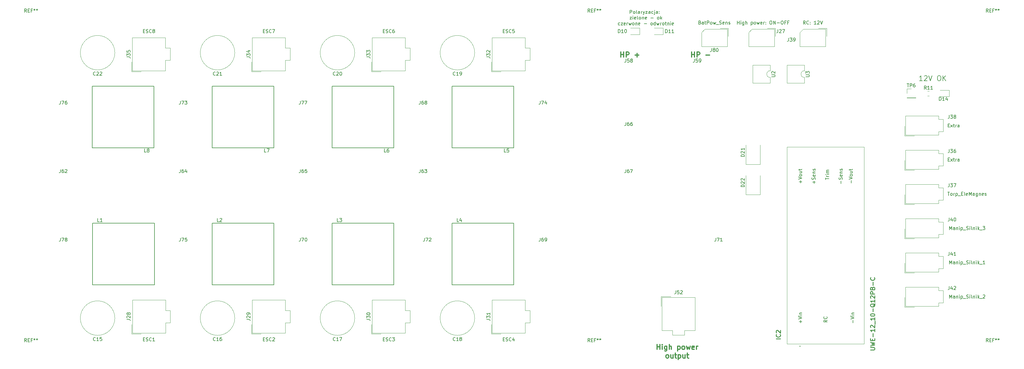
<source format=gbr>
G04 #@! TF.GenerationSoftware,KiCad,Pcbnew,(5.0.2)-1*
G04 #@! TF.CreationDate,2019-05-10T13:06:01+02:00*
G04 #@! TF.ProjectId,moc_main,6d6f635f-6d61-4696-9e2e-6b696361645f,rev?*
G04 #@! TF.SameCoordinates,Original*
G04 #@! TF.FileFunction,Legend,Top*
G04 #@! TF.FilePolarity,Positive*
%FSLAX46Y46*%
G04 Gerber Fmt 4.6, Leading zero omitted, Abs format (unit mm)*
G04 Created by KiCad (PCBNEW (5.0.2)-1) date 10.05.2019 13:06:01*
%MOMM*%
%LPD*%
G01*
G04 APERTURE LIST*
%ADD10C,0.200000*%
%ADD11C,0.300000*%
%ADD12C,0.120000*%
%ADD13C,0.100000*%
%ADD14C,0.150000*%
%ADD15C,0.254000*%
G04 APERTURE END LIST*
D10*
X198037714Y-17084380D02*
X198037714Y-16084380D01*
X198418666Y-16084380D01*
X198513904Y-16132000D01*
X198561523Y-16179619D01*
X198609142Y-16274857D01*
X198609142Y-16417714D01*
X198561523Y-16512952D01*
X198513904Y-16560571D01*
X198418666Y-16608190D01*
X198037714Y-16608190D01*
X199180571Y-17084380D02*
X199085333Y-17036761D01*
X199037714Y-16989142D01*
X198990095Y-16893904D01*
X198990095Y-16608190D01*
X199037714Y-16512952D01*
X199085333Y-16465333D01*
X199180571Y-16417714D01*
X199323428Y-16417714D01*
X199418666Y-16465333D01*
X199466285Y-16512952D01*
X199513904Y-16608190D01*
X199513904Y-16893904D01*
X199466285Y-16989142D01*
X199418666Y-17036761D01*
X199323428Y-17084380D01*
X199180571Y-17084380D01*
X200085333Y-17084380D02*
X199990095Y-17036761D01*
X199942476Y-16941523D01*
X199942476Y-16084380D01*
X200894857Y-17084380D02*
X200894857Y-16560571D01*
X200847238Y-16465333D01*
X200752000Y-16417714D01*
X200561523Y-16417714D01*
X200466285Y-16465333D01*
X200894857Y-17036761D02*
X200799619Y-17084380D01*
X200561523Y-17084380D01*
X200466285Y-17036761D01*
X200418666Y-16941523D01*
X200418666Y-16846285D01*
X200466285Y-16751047D01*
X200561523Y-16703428D01*
X200799619Y-16703428D01*
X200894857Y-16655809D01*
X201371047Y-17084380D02*
X201371047Y-16417714D01*
X201371047Y-16608190D02*
X201418666Y-16512952D01*
X201466285Y-16465333D01*
X201561523Y-16417714D01*
X201656761Y-16417714D01*
X201894857Y-16417714D02*
X202132952Y-17084380D01*
X202371047Y-16417714D02*
X202132952Y-17084380D01*
X202037714Y-17322476D01*
X201990095Y-17370095D01*
X201894857Y-17417714D01*
X202656761Y-16417714D02*
X203180571Y-16417714D01*
X202656761Y-17084380D01*
X203180571Y-17084380D01*
X203990095Y-17084380D02*
X203990095Y-16560571D01*
X203942476Y-16465333D01*
X203847238Y-16417714D01*
X203656761Y-16417714D01*
X203561523Y-16465333D01*
X203990095Y-17036761D02*
X203894857Y-17084380D01*
X203656761Y-17084380D01*
X203561523Y-17036761D01*
X203513904Y-16941523D01*
X203513904Y-16846285D01*
X203561523Y-16751047D01*
X203656761Y-16703428D01*
X203894857Y-16703428D01*
X203990095Y-16655809D01*
X204894857Y-17036761D02*
X204799619Y-17084380D01*
X204609142Y-17084380D01*
X204513904Y-17036761D01*
X204466285Y-16989142D01*
X204418666Y-16893904D01*
X204418666Y-16608190D01*
X204466285Y-16512952D01*
X204513904Y-16465333D01*
X204609142Y-16417714D01*
X204799619Y-16417714D01*
X204894857Y-16465333D01*
X205323428Y-16417714D02*
X205323428Y-17274857D01*
X205275809Y-17370095D01*
X205180571Y-17417714D01*
X205132952Y-17417714D01*
X205323428Y-16084380D02*
X205275809Y-16132000D01*
X205323428Y-16179619D01*
X205371047Y-16132000D01*
X205323428Y-16084380D01*
X205323428Y-16179619D01*
X206228190Y-17084380D02*
X206228190Y-16560571D01*
X206180571Y-16465333D01*
X206085333Y-16417714D01*
X205894857Y-16417714D01*
X205799619Y-16465333D01*
X206228190Y-17036761D02*
X206132952Y-17084380D01*
X205894857Y-17084380D01*
X205799619Y-17036761D01*
X205752000Y-16941523D01*
X205752000Y-16846285D01*
X205799619Y-16751047D01*
X205894857Y-16703428D01*
X206132952Y-16703428D01*
X206228190Y-16655809D01*
X206704380Y-16989142D02*
X206752000Y-17036761D01*
X206704380Y-17084380D01*
X206656761Y-17036761D01*
X206704380Y-16989142D01*
X206704380Y-17084380D01*
X206704380Y-16465333D02*
X206752000Y-16512952D01*
X206704380Y-16560571D01*
X206656761Y-16512952D01*
X206704380Y-16465333D01*
X206704380Y-16560571D01*
X197990095Y-18117714D02*
X198513904Y-18117714D01*
X197990095Y-18784380D01*
X198513904Y-18784380D01*
X198894857Y-18784380D02*
X198894857Y-18117714D01*
X198894857Y-17784380D02*
X198847238Y-17832000D01*
X198894857Y-17879619D01*
X198942476Y-17832000D01*
X198894857Y-17784380D01*
X198894857Y-17879619D01*
X199752000Y-18736761D02*
X199656761Y-18784380D01*
X199466285Y-18784380D01*
X199371047Y-18736761D01*
X199323428Y-18641523D01*
X199323428Y-18260571D01*
X199371047Y-18165333D01*
X199466285Y-18117714D01*
X199656761Y-18117714D01*
X199752000Y-18165333D01*
X199799619Y-18260571D01*
X199799619Y-18355809D01*
X199323428Y-18451047D01*
X200371047Y-18784380D02*
X200275809Y-18736761D01*
X200228190Y-18641523D01*
X200228190Y-17784380D01*
X200894857Y-18784380D02*
X200799619Y-18736761D01*
X200752000Y-18689142D01*
X200704380Y-18593904D01*
X200704380Y-18308190D01*
X200752000Y-18212952D01*
X200799619Y-18165333D01*
X200894857Y-18117714D01*
X201037714Y-18117714D01*
X201132952Y-18165333D01*
X201180571Y-18212952D01*
X201228190Y-18308190D01*
X201228190Y-18593904D01*
X201180571Y-18689142D01*
X201132952Y-18736761D01*
X201037714Y-18784380D01*
X200894857Y-18784380D01*
X201656761Y-18117714D02*
X201656761Y-18784380D01*
X201656761Y-18212952D02*
X201704380Y-18165333D01*
X201799619Y-18117714D01*
X201942476Y-18117714D01*
X202037714Y-18165333D01*
X202085333Y-18260571D01*
X202085333Y-18784380D01*
X202942476Y-18736761D02*
X202847238Y-18784380D01*
X202656761Y-18784380D01*
X202561523Y-18736761D01*
X202513904Y-18641523D01*
X202513904Y-18260571D01*
X202561523Y-18165333D01*
X202656761Y-18117714D01*
X202847238Y-18117714D01*
X202942476Y-18165333D01*
X202990095Y-18260571D01*
X202990095Y-18355809D01*
X202513904Y-18451047D01*
X204180571Y-18403428D02*
X204942476Y-18403428D01*
X206323428Y-18784380D02*
X206228190Y-18736761D01*
X206180571Y-18689142D01*
X206132952Y-18593904D01*
X206132952Y-18308190D01*
X206180571Y-18212952D01*
X206228190Y-18165333D01*
X206323428Y-18117714D01*
X206466285Y-18117714D01*
X206561523Y-18165333D01*
X206609142Y-18212952D01*
X206656761Y-18308190D01*
X206656761Y-18593904D01*
X206609142Y-18689142D01*
X206561523Y-18736761D01*
X206466285Y-18784380D01*
X206323428Y-18784380D01*
X207085333Y-18784380D02*
X207085333Y-17784380D01*
X207180571Y-18403428D02*
X207466285Y-18784380D01*
X207466285Y-18117714D02*
X207085333Y-18498666D01*
X195013904Y-20436761D02*
X194918666Y-20484380D01*
X194728190Y-20484380D01*
X194632952Y-20436761D01*
X194585333Y-20389142D01*
X194537714Y-20293904D01*
X194537714Y-20008190D01*
X194585333Y-19912952D01*
X194632952Y-19865333D01*
X194728190Y-19817714D01*
X194918666Y-19817714D01*
X195013904Y-19865333D01*
X195347238Y-19817714D02*
X195871047Y-19817714D01*
X195347238Y-20484380D01*
X195871047Y-20484380D01*
X196632952Y-20436761D02*
X196537714Y-20484380D01*
X196347238Y-20484380D01*
X196252000Y-20436761D01*
X196204380Y-20341523D01*
X196204380Y-19960571D01*
X196252000Y-19865333D01*
X196347238Y-19817714D01*
X196537714Y-19817714D01*
X196632952Y-19865333D01*
X196680571Y-19960571D01*
X196680571Y-20055809D01*
X196204380Y-20151047D01*
X197109142Y-20484380D02*
X197109142Y-19817714D01*
X197109142Y-20008190D02*
X197156761Y-19912952D01*
X197204380Y-19865333D01*
X197299619Y-19817714D01*
X197394857Y-19817714D01*
X197632952Y-19817714D02*
X197823428Y-20484380D01*
X198013904Y-20008190D01*
X198204380Y-20484380D01*
X198394857Y-19817714D01*
X198918666Y-20484380D02*
X198823428Y-20436761D01*
X198775809Y-20389142D01*
X198728190Y-20293904D01*
X198728190Y-20008190D01*
X198775809Y-19912952D01*
X198823428Y-19865333D01*
X198918666Y-19817714D01*
X199061523Y-19817714D01*
X199156761Y-19865333D01*
X199204380Y-19912952D01*
X199252000Y-20008190D01*
X199252000Y-20293904D01*
X199204380Y-20389142D01*
X199156761Y-20436761D01*
X199061523Y-20484380D01*
X198918666Y-20484380D01*
X199680571Y-19817714D02*
X199680571Y-20484380D01*
X199680571Y-19912952D02*
X199728190Y-19865333D01*
X199823428Y-19817714D01*
X199966285Y-19817714D01*
X200061523Y-19865333D01*
X200109142Y-19960571D01*
X200109142Y-20484380D01*
X200966285Y-20436761D02*
X200871047Y-20484380D01*
X200680571Y-20484380D01*
X200585333Y-20436761D01*
X200537714Y-20341523D01*
X200537714Y-19960571D01*
X200585333Y-19865333D01*
X200680571Y-19817714D01*
X200871047Y-19817714D01*
X200966285Y-19865333D01*
X201013904Y-19960571D01*
X201013904Y-20055809D01*
X200537714Y-20151047D01*
X202204380Y-20103428D02*
X202966285Y-20103428D01*
X204347238Y-20484380D02*
X204252000Y-20436761D01*
X204204380Y-20389142D01*
X204156761Y-20293904D01*
X204156761Y-20008190D01*
X204204380Y-19912952D01*
X204252000Y-19865333D01*
X204347238Y-19817714D01*
X204490095Y-19817714D01*
X204585333Y-19865333D01*
X204632952Y-19912952D01*
X204680571Y-20008190D01*
X204680571Y-20293904D01*
X204632952Y-20389142D01*
X204585333Y-20436761D01*
X204490095Y-20484380D01*
X204347238Y-20484380D01*
X205537714Y-20484380D02*
X205537714Y-19484380D01*
X205537714Y-20436761D02*
X205442476Y-20484380D01*
X205252000Y-20484380D01*
X205156761Y-20436761D01*
X205109142Y-20389142D01*
X205061523Y-20293904D01*
X205061523Y-20008190D01*
X205109142Y-19912952D01*
X205156761Y-19865333D01*
X205252000Y-19817714D01*
X205442476Y-19817714D01*
X205537714Y-19865333D01*
X205918666Y-19817714D02*
X206109142Y-20484380D01*
X206299619Y-20008190D01*
X206490095Y-20484380D01*
X206680571Y-19817714D01*
X207061523Y-20484380D02*
X207061523Y-19817714D01*
X207061523Y-20008190D02*
X207109142Y-19912952D01*
X207156761Y-19865333D01*
X207252000Y-19817714D01*
X207347238Y-19817714D01*
X207823428Y-20484380D02*
X207728190Y-20436761D01*
X207680571Y-20389142D01*
X207632952Y-20293904D01*
X207632952Y-20008190D01*
X207680571Y-19912952D01*
X207728190Y-19865333D01*
X207823428Y-19817714D01*
X207966285Y-19817714D01*
X208061523Y-19865333D01*
X208109142Y-19912952D01*
X208156761Y-20008190D01*
X208156761Y-20293904D01*
X208109142Y-20389142D01*
X208061523Y-20436761D01*
X207966285Y-20484380D01*
X207823428Y-20484380D01*
X208442476Y-19817714D02*
X208823428Y-19817714D01*
X208585333Y-19484380D02*
X208585333Y-20341523D01*
X208632952Y-20436761D01*
X208728190Y-20484380D01*
X208823428Y-20484380D01*
X209156761Y-19817714D02*
X209156761Y-20484380D01*
X209156761Y-19912952D02*
X209204380Y-19865333D01*
X209299619Y-19817714D01*
X209442476Y-19817714D01*
X209537714Y-19865333D01*
X209585333Y-19960571D01*
X209585333Y-20484380D01*
X210061523Y-20484380D02*
X210061523Y-19817714D01*
X210061523Y-19484380D02*
X210013904Y-19532000D01*
X210061523Y-19579619D01*
X210109142Y-19532000D01*
X210061523Y-19484380D01*
X210061523Y-19579619D01*
X210918666Y-20436761D02*
X210823428Y-20484380D01*
X210632952Y-20484380D01*
X210537714Y-20436761D01*
X210490095Y-20341523D01*
X210490095Y-19960571D01*
X210537714Y-19865333D01*
X210632952Y-19817714D01*
X210823428Y-19817714D01*
X210918666Y-19865333D01*
X210966285Y-19960571D01*
X210966285Y-20055809D01*
X210490095Y-20151047D01*
D11*
X216313428Y-30010571D02*
X216313428Y-28510571D01*
X216313428Y-29224857D02*
X217170571Y-29224857D01*
X217170571Y-30010571D02*
X217170571Y-28510571D01*
X217884857Y-30010571D02*
X217884857Y-28510571D01*
X218456285Y-28510571D01*
X218599142Y-28582000D01*
X218670571Y-28653428D01*
X218742000Y-28796285D01*
X218742000Y-29010571D01*
X218670571Y-29153428D01*
X218599142Y-29224857D01*
X218456285Y-29296285D01*
X217884857Y-29296285D01*
X220527714Y-29439142D02*
X221670571Y-29439142D01*
X195313428Y-30010571D02*
X195313428Y-28510571D01*
X195313428Y-29224857D02*
X196170571Y-29224857D01*
X196170571Y-30010571D02*
X196170571Y-28510571D01*
X196884857Y-30010571D02*
X196884857Y-28510571D01*
X197456285Y-28510571D01*
X197599142Y-28582000D01*
X197670571Y-28653428D01*
X197742000Y-28796285D01*
X197742000Y-29010571D01*
X197670571Y-29153428D01*
X197599142Y-29224857D01*
X197456285Y-29296285D01*
X196884857Y-29296285D01*
X199527714Y-29439142D02*
X200670571Y-29439142D01*
X200099142Y-30010571D02*
X200099142Y-28867714D01*
X206027714Y-116735571D02*
X206027714Y-115235571D01*
X206027714Y-115949857D02*
X206884857Y-115949857D01*
X206884857Y-116735571D02*
X206884857Y-115235571D01*
X207599142Y-116735571D02*
X207599142Y-115735571D01*
X207599142Y-115235571D02*
X207527714Y-115307000D01*
X207599142Y-115378428D01*
X207670571Y-115307000D01*
X207599142Y-115235571D01*
X207599142Y-115378428D01*
X208956285Y-115735571D02*
X208956285Y-116949857D01*
X208884857Y-117092714D01*
X208813428Y-117164142D01*
X208670571Y-117235571D01*
X208456285Y-117235571D01*
X208313428Y-117164142D01*
X208956285Y-116664142D02*
X208813428Y-116735571D01*
X208527714Y-116735571D01*
X208384857Y-116664142D01*
X208313428Y-116592714D01*
X208242000Y-116449857D01*
X208242000Y-116021285D01*
X208313428Y-115878428D01*
X208384857Y-115807000D01*
X208527714Y-115735571D01*
X208813428Y-115735571D01*
X208956285Y-115807000D01*
X209670571Y-116735571D02*
X209670571Y-115235571D01*
X210313428Y-116735571D02*
X210313428Y-115949857D01*
X210242000Y-115807000D01*
X210099142Y-115735571D01*
X209884857Y-115735571D01*
X209742000Y-115807000D01*
X209670571Y-115878428D01*
X212170571Y-115735571D02*
X212170571Y-117235571D01*
X212170571Y-115807000D02*
X212313428Y-115735571D01*
X212599142Y-115735571D01*
X212742000Y-115807000D01*
X212813428Y-115878428D01*
X212884857Y-116021285D01*
X212884857Y-116449857D01*
X212813428Y-116592714D01*
X212742000Y-116664142D01*
X212599142Y-116735571D01*
X212313428Y-116735571D01*
X212170571Y-116664142D01*
X213742000Y-116735571D02*
X213599142Y-116664142D01*
X213527714Y-116592714D01*
X213456285Y-116449857D01*
X213456285Y-116021285D01*
X213527714Y-115878428D01*
X213599142Y-115807000D01*
X213742000Y-115735571D01*
X213956285Y-115735571D01*
X214099142Y-115807000D01*
X214170571Y-115878428D01*
X214242000Y-116021285D01*
X214242000Y-116449857D01*
X214170571Y-116592714D01*
X214099142Y-116664142D01*
X213956285Y-116735571D01*
X213742000Y-116735571D01*
X214742000Y-115735571D02*
X215027714Y-116735571D01*
X215313428Y-116021285D01*
X215599142Y-116735571D01*
X215884857Y-115735571D01*
X217027714Y-116664142D02*
X216884857Y-116735571D01*
X216599142Y-116735571D01*
X216456285Y-116664142D01*
X216384857Y-116521285D01*
X216384857Y-115949857D01*
X216456285Y-115807000D01*
X216599142Y-115735571D01*
X216884857Y-115735571D01*
X217027714Y-115807000D01*
X217099142Y-115949857D01*
X217099142Y-116092714D01*
X216384857Y-116235571D01*
X217742000Y-116735571D02*
X217742000Y-115735571D01*
X217742000Y-116021285D02*
X217813428Y-115878428D01*
X217884857Y-115807000D01*
X218027714Y-115735571D01*
X218170571Y-115735571D01*
X208992000Y-119285571D02*
X208849142Y-119214142D01*
X208777714Y-119142714D01*
X208706285Y-118999857D01*
X208706285Y-118571285D01*
X208777714Y-118428428D01*
X208849142Y-118357000D01*
X208992000Y-118285571D01*
X209206285Y-118285571D01*
X209349142Y-118357000D01*
X209420571Y-118428428D01*
X209492000Y-118571285D01*
X209492000Y-118999857D01*
X209420571Y-119142714D01*
X209349142Y-119214142D01*
X209206285Y-119285571D01*
X208992000Y-119285571D01*
X210777714Y-118285571D02*
X210777714Y-119285571D01*
X210134857Y-118285571D02*
X210134857Y-119071285D01*
X210206285Y-119214142D01*
X210349142Y-119285571D01*
X210563428Y-119285571D01*
X210706285Y-119214142D01*
X210777714Y-119142714D01*
X211277714Y-118285571D02*
X211849142Y-118285571D01*
X211492000Y-117785571D02*
X211492000Y-119071285D01*
X211563428Y-119214142D01*
X211706285Y-119285571D01*
X211849142Y-119285571D01*
X212349142Y-118285571D02*
X212349142Y-119785571D01*
X212349142Y-118357000D02*
X212492000Y-118285571D01*
X212777714Y-118285571D01*
X212920571Y-118357000D01*
X212992000Y-118428428D01*
X213063428Y-118571285D01*
X213063428Y-118999857D01*
X212992000Y-119142714D01*
X212920571Y-119214142D01*
X212777714Y-119285571D01*
X212492000Y-119285571D01*
X212349142Y-119214142D01*
X214349142Y-118285571D02*
X214349142Y-119285571D01*
X213706285Y-118285571D02*
X213706285Y-119071285D01*
X213777714Y-119214142D01*
X213920571Y-119285571D01*
X214134857Y-119285571D01*
X214277714Y-119214142D01*
X214349142Y-119142714D01*
X214849142Y-118285571D02*
X215420571Y-118285571D01*
X215063428Y-117785571D02*
X215063428Y-119071285D01*
X215134857Y-119214142D01*
X215277714Y-119285571D01*
X215420571Y-119285571D01*
D10*
X284746285Y-37000571D02*
X283889142Y-37000571D01*
X284317714Y-37000571D02*
X284317714Y-35500571D01*
X284174857Y-35714857D01*
X284032000Y-35857714D01*
X283889142Y-35929142D01*
X285317714Y-35643428D02*
X285389142Y-35572000D01*
X285532000Y-35500571D01*
X285889142Y-35500571D01*
X286032000Y-35572000D01*
X286103428Y-35643428D01*
X286174857Y-35786285D01*
X286174857Y-35929142D01*
X286103428Y-36143428D01*
X285246285Y-37000571D01*
X286174857Y-37000571D01*
X286603428Y-35500571D02*
X287103428Y-37000571D01*
X287603428Y-35500571D01*
X289532000Y-35500571D02*
X289817714Y-35500571D01*
X289960571Y-35572000D01*
X290103428Y-35714857D01*
X290174857Y-36000571D01*
X290174857Y-36500571D01*
X290103428Y-36786285D01*
X289960571Y-36929142D01*
X289817714Y-37000571D01*
X289532000Y-37000571D01*
X289389142Y-36929142D01*
X289246285Y-36786285D01*
X289174857Y-36500571D01*
X289174857Y-36000571D01*
X289246285Y-35714857D01*
X289389142Y-35572000D01*
X289532000Y-35500571D01*
X290817714Y-37000571D02*
X290817714Y-35500571D01*
X291674857Y-37000571D02*
X291032000Y-36143428D01*
X291674857Y-35500571D02*
X290817714Y-36357714D01*
D12*
G04 #@! TO.C,U3*
X249742000Y-37702000D02*
X249742000Y-36052000D01*
X244542000Y-37702000D02*
X249742000Y-37702000D01*
X244542000Y-32402000D02*
X244542000Y-37702000D01*
X249742000Y-32402000D02*
X244542000Y-32402000D01*
X249742000Y-34052000D02*
X249742000Y-32402000D01*
X249742000Y-36052000D02*
G75*
G02X249742000Y-34052000I0J1000000D01*
G01*
G04 #@! TO.C,C15*
X45292000Y-107442000D02*
G75*
G03X45292000Y-107442000I-5120000J0D01*
G01*
G04 #@! TO.C,C16*
X80852000Y-107442000D02*
G75*
G03X80852000Y-107442000I-5120000J0D01*
G01*
G04 #@! TO.C,C17*
X116412000Y-107442000D02*
G75*
G03X116412000Y-107442000I-5120000J0D01*
G01*
G04 #@! TO.C,C18*
X151972000Y-107442000D02*
G75*
G03X151972000Y-107442000I-5120000J0D01*
G01*
G04 #@! TO.C,C19*
X151972000Y-28702000D02*
G75*
G03X151972000Y-28702000I-5120000J0D01*
G01*
G04 #@! TO.C,C20*
X116412000Y-28702000D02*
G75*
G03X116412000Y-28702000I-5120000J0D01*
G01*
G04 #@! TO.C,C21*
X80852000Y-28702000D02*
G75*
G03X80852000Y-28702000I-5120000J0D01*
G01*
G04 #@! TO.C,D10*
X200899500Y-21392000D02*
X198214500Y-21392000D01*
X200899500Y-23312000D02*
X200899500Y-21392000D01*
X198214500Y-23312000D02*
X200899500Y-23312000D01*
G04 #@! TO.C,D11*
X205169500Y-23312000D02*
X207854500Y-23312000D01*
X207854500Y-23312000D02*
X207854500Y-21392000D01*
X207854500Y-21392000D02*
X205169500Y-21392000D01*
G04 #@! TO.C,D14*
X292642000Y-39807000D02*
X289957000Y-39807000D01*
X292642000Y-41727000D02*
X292642000Y-39807000D01*
X289957000Y-41727000D02*
X292642000Y-41727000D01*
D13*
G04 #@! TO.C,IC2*
X244602000Y-115052000D02*
X244602000Y-56652000D01*
X244602000Y-56652000D02*
X267462000Y-56652000D01*
X267462000Y-56652000D02*
X267462000Y-115052000D01*
X267462000Y-115052000D02*
X244602000Y-115052000D01*
D10*
X248332000Y-115752000D02*
X248332000Y-115752000D01*
X248532000Y-115752000D02*
X248532000Y-115752000D01*
X248532000Y-115752000D02*
G75*
G03X248332000Y-115752000I-100000J0D01*
G01*
X248332000Y-115752000D02*
G75*
G03X248532000Y-115752000I100000J0D01*
G01*
D12*
G04 #@! TO.C,J27*
X241112000Y-21412000D02*
X238702000Y-21412000D01*
X241112000Y-23822000D02*
X241112000Y-21412000D01*
X233192000Y-26832000D02*
X240812000Y-26832000D01*
X233192000Y-22712000D02*
X233192000Y-26832000D01*
X234192000Y-21712000D02*
X233192000Y-22712000D01*
X240812000Y-21712000D02*
X234192000Y-21712000D01*
X240812000Y-26832000D02*
X240812000Y-21712000D01*
G04 #@! TO.C,J28*
X50492000Y-107002000D02*
X50492000Y-111912000D01*
X50492000Y-111912000D02*
X60312000Y-111912000D01*
X60312000Y-111912000D02*
X60312000Y-108812000D01*
X60312000Y-108812000D02*
X61712000Y-108812000D01*
X61712000Y-108812000D02*
X61712000Y-107002000D01*
X50492000Y-107002000D02*
X50492000Y-102092000D01*
X50492000Y-102092000D02*
X60312000Y-102092000D01*
X60312000Y-102092000D02*
X60312000Y-105192000D01*
X60312000Y-105192000D02*
X61712000Y-105192000D01*
X61712000Y-105192000D02*
X61712000Y-107002000D01*
X50252000Y-109302000D02*
X50252000Y-112152000D01*
X50252000Y-112152000D02*
X53102000Y-112152000D01*
G04 #@! TO.C,J29*
X85792000Y-112152000D02*
X88642000Y-112152000D01*
X85792000Y-109302000D02*
X85792000Y-112152000D01*
X97252000Y-105192000D02*
X97252000Y-107002000D01*
X95852000Y-105192000D02*
X97252000Y-105192000D01*
X95852000Y-102092000D02*
X95852000Y-105192000D01*
X86032000Y-102092000D02*
X95852000Y-102092000D01*
X86032000Y-107002000D02*
X86032000Y-102092000D01*
X97252000Y-108812000D02*
X97252000Y-107002000D01*
X95852000Y-108812000D02*
X97252000Y-108812000D01*
X95852000Y-111912000D02*
X95852000Y-108812000D01*
X86032000Y-111912000D02*
X95852000Y-111912000D01*
X86032000Y-107002000D02*
X86032000Y-111912000D01*
G04 #@! TO.C,J30*
X121592000Y-107002000D02*
X121592000Y-111912000D01*
X121592000Y-111912000D02*
X131412000Y-111912000D01*
X131412000Y-111912000D02*
X131412000Y-108812000D01*
X131412000Y-108812000D02*
X132812000Y-108812000D01*
X132812000Y-108812000D02*
X132812000Y-107002000D01*
X121592000Y-107002000D02*
X121592000Y-102092000D01*
X121592000Y-102092000D02*
X131412000Y-102092000D01*
X131412000Y-102092000D02*
X131412000Y-105192000D01*
X131412000Y-105192000D02*
X132812000Y-105192000D01*
X132812000Y-105192000D02*
X132812000Y-107002000D01*
X121352000Y-109302000D02*
X121352000Y-112152000D01*
X121352000Y-112152000D02*
X124202000Y-112152000D01*
G04 #@! TO.C,J31*
X156912000Y-112152000D02*
X159762000Y-112152000D01*
X156912000Y-109302000D02*
X156912000Y-112152000D01*
X168372000Y-105192000D02*
X168372000Y-107002000D01*
X166972000Y-105192000D02*
X168372000Y-105192000D01*
X166972000Y-102092000D02*
X166972000Y-105192000D01*
X157152000Y-102092000D02*
X166972000Y-102092000D01*
X157152000Y-107002000D02*
X157152000Y-102092000D01*
X168372000Y-108812000D02*
X168372000Y-107002000D01*
X166972000Y-108812000D02*
X168372000Y-108812000D01*
X166972000Y-111912000D02*
X166972000Y-108812000D01*
X157152000Y-111912000D02*
X166972000Y-111912000D01*
X157152000Y-107002000D02*
X157152000Y-111912000D01*
G04 #@! TO.C,J32*
X156912000Y-34292000D02*
X159762000Y-34292000D01*
X156912000Y-31442000D02*
X156912000Y-34292000D01*
X168372000Y-27332000D02*
X168372000Y-29142000D01*
X166972000Y-27332000D02*
X168372000Y-27332000D01*
X166972000Y-24232000D02*
X166972000Y-27332000D01*
X157152000Y-24232000D02*
X166972000Y-24232000D01*
X157152000Y-29142000D02*
X157152000Y-24232000D01*
X168372000Y-30952000D02*
X168372000Y-29142000D01*
X166972000Y-30952000D02*
X168372000Y-30952000D01*
X166972000Y-34052000D02*
X166972000Y-30952000D01*
X157152000Y-34052000D02*
X166972000Y-34052000D01*
X157152000Y-29142000D02*
X157152000Y-34052000D01*
G04 #@! TO.C,J33*
X121592000Y-29142000D02*
X121592000Y-34052000D01*
X121592000Y-34052000D02*
X131412000Y-34052000D01*
X131412000Y-34052000D02*
X131412000Y-30952000D01*
X131412000Y-30952000D02*
X132812000Y-30952000D01*
X132812000Y-30952000D02*
X132812000Y-29142000D01*
X121592000Y-29142000D02*
X121592000Y-24232000D01*
X121592000Y-24232000D02*
X131412000Y-24232000D01*
X131412000Y-24232000D02*
X131412000Y-27332000D01*
X131412000Y-27332000D02*
X132812000Y-27332000D01*
X132812000Y-27332000D02*
X132812000Y-29142000D01*
X121352000Y-31442000D02*
X121352000Y-34292000D01*
X121352000Y-34292000D02*
X124202000Y-34292000D01*
G04 #@! TO.C,J34*
X86032000Y-29142000D02*
X86032000Y-34052000D01*
X86032000Y-34052000D02*
X95852000Y-34052000D01*
X95852000Y-34052000D02*
X95852000Y-30952000D01*
X95852000Y-30952000D02*
X97252000Y-30952000D01*
X97252000Y-30952000D02*
X97252000Y-29142000D01*
X86032000Y-29142000D02*
X86032000Y-24232000D01*
X86032000Y-24232000D02*
X95852000Y-24232000D01*
X95852000Y-24232000D02*
X95852000Y-27332000D01*
X95852000Y-27332000D02*
X97252000Y-27332000D01*
X97252000Y-27332000D02*
X97252000Y-29142000D01*
X85792000Y-31442000D02*
X85792000Y-34292000D01*
X85792000Y-34292000D02*
X88642000Y-34292000D01*
G04 #@! TO.C,J35*
X50232000Y-34292000D02*
X53082000Y-34292000D01*
X50232000Y-31442000D02*
X50232000Y-34292000D01*
X61692000Y-27332000D02*
X61692000Y-29142000D01*
X60292000Y-27332000D02*
X61692000Y-27332000D01*
X60292000Y-24232000D02*
X60292000Y-27332000D01*
X50472000Y-24232000D02*
X60292000Y-24232000D01*
X50472000Y-29142000D02*
X50472000Y-24232000D01*
X61692000Y-30952000D02*
X61692000Y-29142000D01*
X60292000Y-30952000D02*
X61692000Y-30952000D01*
X60292000Y-34052000D02*
X60292000Y-30952000D01*
X50472000Y-34052000D02*
X60292000Y-34052000D01*
X50472000Y-29142000D02*
X50472000Y-34052000D01*
G04 #@! TO.C,J39*
X256012000Y-26832000D02*
X256012000Y-21712000D01*
X256012000Y-21712000D02*
X249392000Y-21712000D01*
X249392000Y-21712000D02*
X248392000Y-22712000D01*
X248392000Y-22712000D02*
X248392000Y-26832000D01*
X248392000Y-26832000D02*
X256012000Y-26832000D01*
X256312000Y-23822000D02*
X256312000Y-21412000D01*
X256312000Y-21412000D02*
X253902000Y-21412000D01*
G04 #@! TO.C,J52*
X207262000Y-101032000D02*
X207262000Y-103882000D01*
X210112000Y-101032000D02*
X207262000Y-101032000D01*
X214222000Y-112492000D02*
X212412000Y-112492000D01*
X214222000Y-111092000D02*
X214222000Y-112492000D01*
X217322000Y-111092000D02*
X214222000Y-111092000D01*
X217322000Y-101272000D02*
X217322000Y-111092000D01*
X212412000Y-101272000D02*
X217322000Y-101272000D01*
X210602000Y-112492000D02*
X212412000Y-112492000D01*
X210602000Y-111092000D02*
X210602000Y-112492000D01*
X207502000Y-111092000D02*
X210602000Y-111092000D01*
X207502000Y-101272000D02*
X207502000Y-111092000D01*
X212412000Y-101272000D02*
X207502000Y-101272000D01*
D14*
G04 #@! TO.C,L1*
X38702000Y-79242000D02*
X57002000Y-79242000D01*
X57002000Y-79242000D02*
X57002000Y-97542000D01*
X57002000Y-97542000D02*
X38702000Y-97542000D01*
X38702000Y-79242000D02*
X38702000Y-97542000D01*
G04 #@! TO.C,L2*
X74162000Y-79242000D02*
X74162000Y-97542000D01*
X92462000Y-97542000D02*
X74162000Y-97542000D01*
X92462000Y-79242000D02*
X92462000Y-97542000D01*
X74162000Y-79242000D02*
X92462000Y-79242000D01*
G04 #@! TO.C,L3*
X109722000Y-79242000D02*
X128022000Y-79242000D01*
X128022000Y-79242000D02*
X128022000Y-97542000D01*
X128022000Y-97542000D02*
X109722000Y-97542000D01*
X109722000Y-79242000D02*
X109722000Y-97542000D01*
G04 #@! TO.C,L4*
X145282000Y-79242000D02*
X145282000Y-97542000D01*
X163582000Y-97542000D02*
X145282000Y-97542000D01*
X163582000Y-79242000D02*
X163582000Y-97542000D01*
X145282000Y-79242000D02*
X163582000Y-79242000D01*
G04 #@! TO.C,L5*
X163582000Y-56902000D02*
X145282000Y-56902000D01*
X145282000Y-56902000D02*
X145282000Y-38602000D01*
X145282000Y-38602000D02*
X163582000Y-38602000D01*
X163582000Y-56902000D02*
X163582000Y-38602000D01*
G04 #@! TO.C,L6*
X128022000Y-56902000D02*
X109722000Y-56902000D01*
X109722000Y-56902000D02*
X109722000Y-38602000D01*
X109722000Y-38602000D02*
X128022000Y-38602000D01*
X128022000Y-56902000D02*
X128022000Y-38602000D01*
G04 #@! TO.C,L7*
X92462000Y-56902000D02*
X92462000Y-38602000D01*
X74162000Y-38602000D02*
X92462000Y-38602000D01*
X74162000Y-56902000D02*
X74162000Y-38602000D01*
X92462000Y-56902000D02*
X74162000Y-56902000D01*
G04 #@! TO.C,L8*
X56902000Y-56902000D02*
X56902000Y-38602000D01*
X38602000Y-38602000D02*
X56902000Y-38602000D01*
X38602000Y-56902000D02*
X38602000Y-38602000D01*
X56902000Y-56902000D02*
X38602000Y-56902000D01*
D12*
G04 #@! TO.C,R11*
X286253422Y-41477000D02*
X286770578Y-41477000D01*
X286253422Y-40057000D02*
X286770578Y-40057000D01*
G04 #@! TO.C,TP6*
X280102000Y-39437000D02*
X281432000Y-39437000D01*
X280102000Y-40767000D02*
X280102000Y-39437000D01*
X280102000Y-42037000D02*
X282762000Y-42037000D01*
X282762000Y-42037000D02*
X282762000Y-42097000D01*
X280102000Y-42037000D02*
X280102000Y-42097000D01*
X280102000Y-42097000D02*
X282762000Y-42097000D01*
G04 #@! TO.C,U2*
X239582000Y-36052000D02*
G75*
G02X239582000Y-34052000I0J1000000D01*
G01*
X239582000Y-34052000D02*
X239582000Y-32402000D01*
X239582000Y-32402000D02*
X234382000Y-32402000D01*
X234382000Y-32402000D02*
X234382000Y-37702000D01*
X234382000Y-37702000D02*
X239582000Y-37702000D01*
X239582000Y-37702000D02*
X239582000Y-36052000D01*
G04 #@! TO.C,C22*
X45292000Y-28702000D02*
G75*
G03X45292000Y-28702000I-5120000J0D01*
G01*
G04 #@! TO.C,J36*
X279707000Y-60452000D02*
X279707000Y-63262000D01*
X279707000Y-63262000D02*
X289527000Y-63262000D01*
X289527000Y-63262000D02*
X289527000Y-62262000D01*
X289527000Y-62262000D02*
X290927000Y-62262000D01*
X290927000Y-62262000D02*
X290927000Y-60452000D01*
X279707000Y-60452000D02*
X279707000Y-57642000D01*
X279707000Y-57642000D02*
X289527000Y-57642000D01*
X289527000Y-57642000D02*
X289527000Y-58642000D01*
X289527000Y-58642000D02*
X290927000Y-58642000D01*
X290927000Y-58642000D02*
X290927000Y-60452000D01*
X279467000Y-60652000D02*
X279467000Y-63502000D01*
X279467000Y-63502000D02*
X282317000Y-63502000D01*
G04 #@! TO.C,J37*
X279707000Y-70612000D02*
X279707000Y-73422000D01*
X279707000Y-73422000D02*
X289527000Y-73422000D01*
X289527000Y-73422000D02*
X289527000Y-72422000D01*
X289527000Y-72422000D02*
X290927000Y-72422000D01*
X290927000Y-72422000D02*
X290927000Y-70612000D01*
X279707000Y-70612000D02*
X279707000Y-67802000D01*
X279707000Y-67802000D02*
X289527000Y-67802000D01*
X289527000Y-67802000D02*
X289527000Y-68802000D01*
X289527000Y-68802000D02*
X290927000Y-68802000D01*
X290927000Y-68802000D02*
X290927000Y-70612000D01*
X279467000Y-70812000D02*
X279467000Y-73662000D01*
X279467000Y-73662000D02*
X282317000Y-73662000D01*
G04 #@! TO.C,J38*
X279707000Y-50292000D02*
X279707000Y-53102000D01*
X279707000Y-53102000D02*
X289527000Y-53102000D01*
X289527000Y-53102000D02*
X289527000Y-52102000D01*
X289527000Y-52102000D02*
X290927000Y-52102000D01*
X290927000Y-52102000D02*
X290927000Y-50292000D01*
X279707000Y-50292000D02*
X279707000Y-47482000D01*
X279707000Y-47482000D02*
X289527000Y-47482000D01*
X289527000Y-47482000D02*
X289527000Y-48482000D01*
X289527000Y-48482000D02*
X290927000Y-48482000D01*
X290927000Y-48482000D02*
X290927000Y-50292000D01*
X279467000Y-50492000D02*
X279467000Y-53342000D01*
X279467000Y-53342000D02*
X282317000Y-53342000D01*
G04 #@! TO.C,J40*
X279467000Y-83822000D02*
X282317000Y-83822000D01*
X279467000Y-80972000D02*
X279467000Y-83822000D01*
X290927000Y-78962000D02*
X290927000Y-80772000D01*
X289527000Y-78962000D02*
X290927000Y-78962000D01*
X289527000Y-77962000D02*
X289527000Y-78962000D01*
X279707000Y-77962000D02*
X289527000Y-77962000D01*
X279707000Y-80772000D02*
X279707000Y-77962000D01*
X290927000Y-82582000D02*
X290927000Y-80772000D01*
X289527000Y-82582000D02*
X290927000Y-82582000D01*
X289527000Y-83582000D02*
X289527000Y-82582000D01*
X279707000Y-83582000D02*
X289527000Y-83582000D01*
X279707000Y-80772000D02*
X279707000Y-83582000D01*
G04 #@! TO.C,J41*
X279707000Y-90932000D02*
X279707000Y-93742000D01*
X279707000Y-93742000D02*
X289527000Y-93742000D01*
X289527000Y-93742000D02*
X289527000Y-92742000D01*
X289527000Y-92742000D02*
X290927000Y-92742000D01*
X290927000Y-92742000D02*
X290927000Y-90932000D01*
X279707000Y-90932000D02*
X279707000Y-88122000D01*
X279707000Y-88122000D02*
X289527000Y-88122000D01*
X289527000Y-88122000D02*
X289527000Y-89122000D01*
X289527000Y-89122000D02*
X290927000Y-89122000D01*
X290927000Y-89122000D02*
X290927000Y-90932000D01*
X279467000Y-91132000D02*
X279467000Y-93982000D01*
X279467000Y-93982000D02*
X282317000Y-93982000D01*
G04 #@! TO.C,J42*
X279467000Y-104142000D02*
X282317000Y-104142000D01*
X279467000Y-101292000D02*
X279467000Y-104142000D01*
X290927000Y-99282000D02*
X290927000Y-101092000D01*
X289527000Y-99282000D02*
X290927000Y-99282000D01*
X289527000Y-98282000D02*
X289527000Y-99282000D01*
X279707000Y-98282000D02*
X289527000Y-98282000D01*
X279707000Y-101092000D02*
X279707000Y-98282000D01*
X290927000Y-102902000D02*
X290927000Y-101092000D01*
X289527000Y-102902000D02*
X290927000Y-102902000D01*
X289527000Y-103902000D02*
X289527000Y-102902000D01*
X279707000Y-103902000D02*
X289527000Y-103902000D01*
X279707000Y-101092000D02*
X279707000Y-103902000D01*
G04 #@! TO.C,D21*
X232350000Y-61800000D02*
X236650000Y-61800000D01*
X236650000Y-61800000D02*
X236650000Y-56100000D01*
X232350000Y-61800000D02*
X232350000Y-56100000D01*
G04 #@! TO.C,D22*
X232350000Y-70800000D02*
X232350000Y-65100000D01*
X236650000Y-70800000D02*
X236650000Y-65100000D01*
X232350000Y-70800000D02*
X236650000Y-70800000D01*
G04 #@! TO.C,J80*
X227142000Y-21412000D02*
X224732000Y-21412000D01*
X227142000Y-23822000D02*
X227142000Y-21412000D01*
X219222000Y-26832000D02*
X226842000Y-26832000D01*
X219222000Y-22712000D02*
X219222000Y-26832000D01*
X220222000Y-21712000D02*
X219222000Y-22712000D01*
X226842000Y-21712000D02*
X220222000Y-21712000D01*
X226842000Y-26832000D02*
X226842000Y-21712000D01*
G04 #@! TO.C,U3*
D14*
X250194380Y-35813904D02*
X251003904Y-35813904D01*
X251099142Y-35766285D01*
X251146761Y-35718666D01*
X251194380Y-35623428D01*
X251194380Y-35432952D01*
X251146761Y-35337714D01*
X251099142Y-35290095D01*
X251003904Y-35242476D01*
X250194380Y-35242476D01*
X250194380Y-34861523D02*
X250194380Y-34242476D01*
X250575333Y-34575809D01*
X250575333Y-34432952D01*
X250622952Y-34337714D01*
X250670571Y-34290095D01*
X250765809Y-34242476D01*
X251003904Y-34242476D01*
X251099142Y-34290095D01*
X251146761Y-34337714D01*
X251194380Y-34432952D01*
X251194380Y-34718666D01*
X251146761Y-34813904D01*
X251099142Y-34861523D01*
G04 #@! TO.C,C15*
X39529142Y-114049142D02*
X39481523Y-114096761D01*
X39338666Y-114144380D01*
X39243428Y-114144380D01*
X39100571Y-114096761D01*
X39005333Y-114001523D01*
X38957714Y-113906285D01*
X38910095Y-113715809D01*
X38910095Y-113572952D01*
X38957714Y-113382476D01*
X39005333Y-113287238D01*
X39100571Y-113192000D01*
X39243428Y-113144380D01*
X39338666Y-113144380D01*
X39481523Y-113192000D01*
X39529142Y-113239619D01*
X40481523Y-114144380D02*
X39910095Y-114144380D01*
X40195809Y-114144380D02*
X40195809Y-113144380D01*
X40100571Y-113287238D01*
X40005333Y-113382476D01*
X39910095Y-113430095D01*
X41386285Y-113144380D02*
X40910095Y-113144380D01*
X40862476Y-113620571D01*
X40910095Y-113572952D01*
X41005333Y-113525333D01*
X41243428Y-113525333D01*
X41338666Y-113572952D01*
X41386285Y-113620571D01*
X41433904Y-113715809D01*
X41433904Y-113953904D01*
X41386285Y-114049142D01*
X41338666Y-114096761D01*
X41243428Y-114144380D01*
X41005333Y-114144380D01*
X40910095Y-114096761D01*
X40862476Y-114049142D01*
G04 #@! TO.C,C16*
X75089142Y-114049142D02*
X75041523Y-114096761D01*
X74898666Y-114144380D01*
X74803428Y-114144380D01*
X74660571Y-114096761D01*
X74565333Y-114001523D01*
X74517714Y-113906285D01*
X74470095Y-113715809D01*
X74470095Y-113572952D01*
X74517714Y-113382476D01*
X74565333Y-113287238D01*
X74660571Y-113192000D01*
X74803428Y-113144380D01*
X74898666Y-113144380D01*
X75041523Y-113192000D01*
X75089142Y-113239619D01*
X76041523Y-114144380D02*
X75470095Y-114144380D01*
X75755809Y-114144380D02*
X75755809Y-113144380D01*
X75660571Y-113287238D01*
X75565333Y-113382476D01*
X75470095Y-113430095D01*
X76898666Y-113144380D02*
X76708190Y-113144380D01*
X76612952Y-113192000D01*
X76565333Y-113239619D01*
X76470095Y-113382476D01*
X76422476Y-113572952D01*
X76422476Y-113953904D01*
X76470095Y-114049142D01*
X76517714Y-114096761D01*
X76612952Y-114144380D01*
X76803428Y-114144380D01*
X76898666Y-114096761D01*
X76946285Y-114049142D01*
X76993904Y-113953904D01*
X76993904Y-113715809D01*
X76946285Y-113620571D01*
X76898666Y-113572952D01*
X76803428Y-113525333D01*
X76612952Y-113525333D01*
X76517714Y-113572952D01*
X76470095Y-113620571D01*
X76422476Y-113715809D01*
G04 #@! TO.C,C17*
X110649142Y-114049142D02*
X110601523Y-114096761D01*
X110458666Y-114144380D01*
X110363428Y-114144380D01*
X110220571Y-114096761D01*
X110125333Y-114001523D01*
X110077714Y-113906285D01*
X110030095Y-113715809D01*
X110030095Y-113572952D01*
X110077714Y-113382476D01*
X110125333Y-113287238D01*
X110220571Y-113192000D01*
X110363428Y-113144380D01*
X110458666Y-113144380D01*
X110601523Y-113192000D01*
X110649142Y-113239619D01*
X111601523Y-114144380D02*
X111030095Y-114144380D01*
X111315809Y-114144380D02*
X111315809Y-113144380D01*
X111220571Y-113287238D01*
X111125333Y-113382476D01*
X111030095Y-113430095D01*
X111934857Y-113144380D02*
X112601523Y-113144380D01*
X112172952Y-114144380D01*
G04 #@! TO.C,C18*
X146209142Y-114049142D02*
X146161523Y-114096761D01*
X146018666Y-114144380D01*
X145923428Y-114144380D01*
X145780571Y-114096761D01*
X145685333Y-114001523D01*
X145637714Y-113906285D01*
X145590095Y-113715809D01*
X145590095Y-113572952D01*
X145637714Y-113382476D01*
X145685333Y-113287238D01*
X145780571Y-113192000D01*
X145923428Y-113144380D01*
X146018666Y-113144380D01*
X146161523Y-113192000D01*
X146209142Y-113239619D01*
X147161523Y-114144380D02*
X146590095Y-114144380D01*
X146875809Y-114144380D02*
X146875809Y-113144380D01*
X146780571Y-113287238D01*
X146685333Y-113382476D01*
X146590095Y-113430095D01*
X147732952Y-113572952D02*
X147637714Y-113525333D01*
X147590095Y-113477714D01*
X147542476Y-113382476D01*
X147542476Y-113334857D01*
X147590095Y-113239619D01*
X147637714Y-113192000D01*
X147732952Y-113144380D01*
X147923428Y-113144380D01*
X148018666Y-113192000D01*
X148066285Y-113239619D01*
X148113904Y-113334857D01*
X148113904Y-113382476D01*
X148066285Y-113477714D01*
X148018666Y-113525333D01*
X147923428Y-113572952D01*
X147732952Y-113572952D01*
X147637714Y-113620571D01*
X147590095Y-113668190D01*
X147542476Y-113763428D01*
X147542476Y-113953904D01*
X147590095Y-114049142D01*
X147637714Y-114096761D01*
X147732952Y-114144380D01*
X147923428Y-114144380D01*
X148018666Y-114096761D01*
X148066285Y-114049142D01*
X148113904Y-113953904D01*
X148113904Y-113763428D01*
X148066285Y-113668190D01*
X148018666Y-113620571D01*
X147923428Y-113572952D01*
G04 #@! TO.C,C19*
X146209142Y-35309142D02*
X146161523Y-35356761D01*
X146018666Y-35404380D01*
X145923428Y-35404380D01*
X145780571Y-35356761D01*
X145685333Y-35261523D01*
X145637714Y-35166285D01*
X145590095Y-34975809D01*
X145590095Y-34832952D01*
X145637714Y-34642476D01*
X145685333Y-34547238D01*
X145780571Y-34452000D01*
X145923428Y-34404380D01*
X146018666Y-34404380D01*
X146161523Y-34452000D01*
X146209142Y-34499619D01*
X147161523Y-35404380D02*
X146590095Y-35404380D01*
X146875809Y-35404380D02*
X146875809Y-34404380D01*
X146780571Y-34547238D01*
X146685333Y-34642476D01*
X146590095Y-34690095D01*
X147637714Y-35404380D02*
X147828190Y-35404380D01*
X147923428Y-35356761D01*
X147971047Y-35309142D01*
X148066285Y-35166285D01*
X148113904Y-34975809D01*
X148113904Y-34594857D01*
X148066285Y-34499619D01*
X148018666Y-34452000D01*
X147923428Y-34404380D01*
X147732952Y-34404380D01*
X147637714Y-34452000D01*
X147590095Y-34499619D01*
X147542476Y-34594857D01*
X147542476Y-34832952D01*
X147590095Y-34928190D01*
X147637714Y-34975809D01*
X147732952Y-35023428D01*
X147923428Y-35023428D01*
X148018666Y-34975809D01*
X148066285Y-34928190D01*
X148113904Y-34832952D01*
G04 #@! TO.C,C20*
X110649142Y-35309142D02*
X110601523Y-35356761D01*
X110458666Y-35404380D01*
X110363428Y-35404380D01*
X110220571Y-35356761D01*
X110125333Y-35261523D01*
X110077714Y-35166285D01*
X110030095Y-34975809D01*
X110030095Y-34832952D01*
X110077714Y-34642476D01*
X110125333Y-34547238D01*
X110220571Y-34452000D01*
X110363428Y-34404380D01*
X110458666Y-34404380D01*
X110601523Y-34452000D01*
X110649142Y-34499619D01*
X111030095Y-34499619D02*
X111077714Y-34452000D01*
X111172952Y-34404380D01*
X111411047Y-34404380D01*
X111506285Y-34452000D01*
X111553904Y-34499619D01*
X111601523Y-34594857D01*
X111601523Y-34690095D01*
X111553904Y-34832952D01*
X110982476Y-35404380D01*
X111601523Y-35404380D01*
X112220571Y-34404380D02*
X112315809Y-34404380D01*
X112411047Y-34452000D01*
X112458666Y-34499619D01*
X112506285Y-34594857D01*
X112553904Y-34785333D01*
X112553904Y-35023428D01*
X112506285Y-35213904D01*
X112458666Y-35309142D01*
X112411047Y-35356761D01*
X112315809Y-35404380D01*
X112220571Y-35404380D01*
X112125333Y-35356761D01*
X112077714Y-35309142D01*
X112030095Y-35213904D01*
X111982476Y-35023428D01*
X111982476Y-34785333D01*
X112030095Y-34594857D01*
X112077714Y-34499619D01*
X112125333Y-34452000D01*
X112220571Y-34404380D01*
G04 #@! TO.C,C21*
X75089142Y-35309142D02*
X75041523Y-35356761D01*
X74898666Y-35404380D01*
X74803428Y-35404380D01*
X74660571Y-35356761D01*
X74565333Y-35261523D01*
X74517714Y-35166285D01*
X74470095Y-34975809D01*
X74470095Y-34832952D01*
X74517714Y-34642476D01*
X74565333Y-34547238D01*
X74660571Y-34452000D01*
X74803428Y-34404380D01*
X74898666Y-34404380D01*
X75041523Y-34452000D01*
X75089142Y-34499619D01*
X75470095Y-34499619D02*
X75517714Y-34452000D01*
X75612952Y-34404380D01*
X75851047Y-34404380D01*
X75946285Y-34452000D01*
X75993904Y-34499619D01*
X76041523Y-34594857D01*
X76041523Y-34690095D01*
X75993904Y-34832952D01*
X75422476Y-35404380D01*
X76041523Y-35404380D01*
X76993904Y-35404380D02*
X76422476Y-35404380D01*
X76708190Y-35404380D02*
X76708190Y-34404380D01*
X76612952Y-34547238D01*
X76517714Y-34642476D01*
X76422476Y-34690095D01*
G04 #@! TO.C,D10*
X194537714Y-22784380D02*
X194537714Y-21784380D01*
X194775809Y-21784380D01*
X194918666Y-21832000D01*
X195013904Y-21927238D01*
X195061523Y-22022476D01*
X195109142Y-22212952D01*
X195109142Y-22355809D01*
X195061523Y-22546285D01*
X195013904Y-22641523D01*
X194918666Y-22736761D01*
X194775809Y-22784380D01*
X194537714Y-22784380D01*
X196061523Y-22784380D02*
X195490095Y-22784380D01*
X195775809Y-22784380D02*
X195775809Y-21784380D01*
X195680571Y-21927238D01*
X195585333Y-22022476D01*
X195490095Y-22070095D01*
X196680571Y-21784380D02*
X196775809Y-21784380D01*
X196871047Y-21832000D01*
X196918666Y-21879619D01*
X196966285Y-21974857D01*
X197013904Y-22165333D01*
X197013904Y-22403428D01*
X196966285Y-22593904D01*
X196918666Y-22689142D01*
X196871047Y-22736761D01*
X196775809Y-22784380D01*
X196680571Y-22784380D01*
X196585333Y-22736761D01*
X196537714Y-22689142D01*
X196490095Y-22593904D01*
X196442476Y-22403428D01*
X196442476Y-22165333D01*
X196490095Y-21974857D01*
X196537714Y-21879619D01*
X196585333Y-21832000D01*
X196680571Y-21784380D01*
G04 #@! TO.C,D11*
X208537714Y-22784380D02*
X208537714Y-21784380D01*
X208775809Y-21784380D01*
X208918666Y-21832000D01*
X209013904Y-21927238D01*
X209061523Y-22022476D01*
X209109142Y-22212952D01*
X209109142Y-22355809D01*
X209061523Y-22546285D01*
X209013904Y-22641523D01*
X208918666Y-22736761D01*
X208775809Y-22784380D01*
X208537714Y-22784380D01*
X210061523Y-22784380D02*
X209490095Y-22784380D01*
X209775809Y-22784380D02*
X209775809Y-21784380D01*
X209680571Y-21927238D01*
X209585333Y-22022476D01*
X209490095Y-22070095D01*
X211013904Y-22784380D02*
X210442476Y-22784380D01*
X210728190Y-22784380D02*
X210728190Y-21784380D01*
X210632952Y-21927238D01*
X210537714Y-22022476D01*
X210442476Y-22070095D01*
G04 #@! TO.C,D14*
X289742714Y-42869380D02*
X289742714Y-41869380D01*
X289980809Y-41869380D01*
X290123666Y-41917000D01*
X290218904Y-42012238D01*
X290266523Y-42107476D01*
X290314142Y-42297952D01*
X290314142Y-42440809D01*
X290266523Y-42631285D01*
X290218904Y-42726523D01*
X290123666Y-42821761D01*
X289980809Y-42869380D01*
X289742714Y-42869380D01*
X291266523Y-42869380D02*
X290695095Y-42869380D01*
X290980809Y-42869380D02*
X290980809Y-41869380D01*
X290885571Y-42012238D01*
X290790333Y-42107476D01*
X290695095Y-42155095D01*
X292123666Y-42202714D02*
X292123666Y-42869380D01*
X291885571Y-41821761D02*
X291647476Y-42536047D01*
X292266523Y-42536047D01*
G04 #@! TO.C,IC2*
D15*
X242606523Y-113591761D02*
X241336523Y-113591761D01*
X242485571Y-112261285D02*
X242546047Y-112321761D01*
X242606523Y-112503190D01*
X242606523Y-112624142D01*
X242546047Y-112805571D01*
X242425095Y-112926523D01*
X242304142Y-112987000D01*
X242062238Y-113047476D01*
X241880809Y-113047476D01*
X241638904Y-112987000D01*
X241517952Y-112926523D01*
X241397000Y-112805571D01*
X241336523Y-112624142D01*
X241336523Y-112503190D01*
X241397000Y-112321761D01*
X241457476Y-112261285D01*
X241457476Y-111777476D02*
X241397000Y-111717000D01*
X241336523Y-111596047D01*
X241336523Y-111293666D01*
X241397000Y-111172714D01*
X241457476Y-111112238D01*
X241578428Y-111051761D01*
X241699380Y-111051761D01*
X241880809Y-111112238D01*
X242606523Y-111837952D01*
X242606523Y-111051761D01*
X269306523Y-116876285D02*
X270334619Y-116876285D01*
X270455571Y-116815809D01*
X270516047Y-116755333D01*
X270576523Y-116634380D01*
X270576523Y-116392476D01*
X270516047Y-116271523D01*
X270455571Y-116211047D01*
X270334619Y-116150571D01*
X269306523Y-116150571D01*
X269306523Y-115666761D02*
X270576523Y-115364380D01*
X269669380Y-115122476D01*
X270576523Y-114880571D01*
X269306523Y-114578190D01*
X269911285Y-114094380D02*
X269911285Y-113671047D01*
X270576523Y-113489619D02*
X270576523Y-114094380D01*
X269306523Y-114094380D01*
X269306523Y-113489619D01*
X270092714Y-112945333D02*
X270092714Y-111977714D01*
X270576523Y-110707714D02*
X270576523Y-111433428D01*
X270576523Y-111070571D02*
X269306523Y-111070571D01*
X269487952Y-111191523D01*
X269608904Y-111312476D01*
X269669380Y-111433428D01*
X269427476Y-110223904D02*
X269367000Y-110163428D01*
X269306523Y-110042476D01*
X269306523Y-109740095D01*
X269367000Y-109619142D01*
X269427476Y-109558666D01*
X269548428Y-109498190D01*
X269669380Y-109498190D01*
X269850809Y-109558666D01*
X270576523Y-110284380D01*
X270576523Y-109498190D01*
X270697476Y-109256285D02*
X270697476Y-108288666D01*
X270576523Y-107321047D02*
X270576523Y-108046761D01*
X270576523Y-107683904D02*
X269306523Y-107683904D01*
X269487952Y-107804857D01*
X269608904Y-107925809D01*
X269669380Y-108046761D01*
X269306523Y-106534857D02*
X269306523Y-106413904D01*
X269367000Y-106292952D01*
X269427476Y-106232476D01*
X269548428Y-106172000D01*
X269790333Y-106111523D01*
X270092714Y-106111523D01*
X270334619Y-106172000D01*
X270455571Y-106232476D01*
X270516047Y-106292952D01*
X270576523Y-106413904D01*
X270576523Y-106534857D01*
X270516047Y-106655809D01*
X270455571Y-106716285D01*
X270334619Y-106776761D01*
X270092714Y-106837238D01*
X269790333Y-106837238D01*
X269548428Y-106776761D01*
X269427476Y-106716285D01*
X269367000Y-106655809D01*
X269306523Y-106534857D01*
X270092714Y-105567238D02*
X270092714Y-104599619D01*
X270697476Y-103148190D02*
X270637000Y-103269142D01*
X270516047Y-103390095D01*
X270334619Y-103571523D01*
X270274142Y-103692476D01*
X270274142Y-103813428D01*
X270576523Y-103752952D02*
X270516047Y-103873904D01*
X270395095Y-103994857D01*
X270153190Y-104055333D01*
X269729857Y-104055333D01*
X269487952Y-103994857D01*
X269367000Y-103873904D01*
X269306523Y-103752952D01*
X269306523Y-103511047D01*
X269367000Y-103390095D01*
X269487952Y-103269142D01*
X269729857Y-103208666D01*
X270153190Y-103208666D01*
X270395095Y-103269142D01*
X270516047Y-103390095D01*
X270576523Y-103511047D01*
X270576523Y-103752952D01*
X270576523Y-101999142D02*
X270576523Y-102724857D01*
X270576523Y-102362000D02*
X269306523Y-102362000D01*
X269487952Y-102482952D01*
X269608904Y-102603904D01*
X269669380Y-102724857D01*
X269427476Y-101515333D02*
X269367000Y-101454857D01*
X269306523Y-101333904D01*
X269306523Y-101031523D01*
X269367000Y-100910571D01*
X269427476Y-100850095D01*
X269548428Y-100789619D01*
X269669380Y-100789619D01*
X269850809Y-100850095D01*
X270576523Y-101575809D01*
X270576523Y-100789619D01*
X270576523Y-100245333D02*
X269306523Y-100245333D01*
X269306523Y-99761523D01*
X269367000Y-99640571D01*
X269427476Y-99580095D01*
X269548428Y-99519619D01*
X269729857Y-99519619D01*
X269850809Y-99580095D01*
X269911285Y-99640571D01*
X269971761Y-99761523D01*
X269971761Y-100245333D01*
X269911285Y-98552000D02*
X269971761Y-98370571D01*
X270032238Y-98310095D01*
X270153190Y-98249619D01*
X270334619Y-98249619D01*
X270455571Y-98310095D01*
X270516047Y-98370571D01*
X270576523Y-98491523D01*
X270576523Y-98975333D01*
X269306523Y-98975333D01*
X269306523Y-98552000D01*
X269367000Y-98431047D01*
X269427476Y-98370571D01*
X269548428Y-98310095D01*
X269669380Y-98310095D01*
X269790333Y-98370571D01*
X269850809Y-98431047D01*
X269911285Y-98552000D01*
X269911285Y-98975333D01*
X270092714Y-97705333D02*
X270092714Y-96737714D01*
X270455571Y-95407238D02*
X270516047Y-95467714D01*
X270576523Y-95649142D01*
X270576523Y-95770095D01*
X270516047Y-95951523D01*
X270395095Y-96072476D01*
X270274142Y-96132952D01*
X270032238Y-96193428D01*
X269850809Y-96193428D01*
X269608904Y-96132952D01*
X269487952Y-96072476D01*
X269367000Y-95951523D01*
X269306523Y-95770095D01*
X269306523Y-95649142D01*
X269367000Y-95467714D01*
X269427476Y-95407238D01*
D14*
X248603428Y-108852000D02*
X248603428Y-108090095D01*
X248984380Y-108471047D02*
X248222476Y-108471047D01*
X247984380Y-107756761D02*
X248984380Y-107423428D01*
X247984380Y-107090095D01*
X248984380Y-106756761D02*
X248317714Y-106756761D01*
X247984380Y-106756761D02*
X248032000Y-106804380D01*
X248079619Y-106756761D01*
X248032000Y-106709142D01*
X247984380Y-106756761D01*
X248079619Y-106756761D01*
X248317714Y-106280571D02*
X248984380Y-106280571D01*
X248412952Y-106280571D02*
X248365333Y-106232952D01*
X248317714Y-106137714D01*
X248317714Y-105994857D01*
X248365333Y-105899619D01*
X248460571Y-105852000D01*
X248984380Y-105852000D01*
X264103428Y-108852000D02*
X264103428Y-108090095D01*
X263484380Y-107756761D02*
X264484380Y-107423428D01*
X263484380Y-107090095D01*
X264484380Y-106756761D02*
X263817714Y-106756761D01*
X263484380Y-106756761D02*
X263532000Y-106804380D01*
X263579619Y-106756761D01*
X263532000Y-106709142D01*
X263484380Y-106756761D01*
X263579619Y-106756761D01*
X263817714Y-106280571D02*
X264484380Y-106280571D01*
X263912952Y-106280571D02*
X263865333Y-106232952D01*
X263817714Y-106137714D01*
X263817714Y-105994857D01*
X263865333Y-105899619D01*
X263960571Y-105852000D01*
X264484380Y-105852000D01*
X256484380Y-108042476D02*
X256008190Y-108375809D01*
X256484380Y-108613904D02*
X255484380Y-108613904D01*
X255484380Y-108232952D01*
X255532000Y-108137714D01*
X255579619Y-108090095D01*
X255674857Y-108042476D01*
X255817714Y-108042476D01*
X255912952Y-108090095D01*
X255960571Y-108137714D01*
X256008190Y-108232952D01*
X256008190Y-108613904D01*
X256389142Y-107042476D02*
X256436761Y-107090095D01*
X256484380Y-107232952D01*
X256484380Y-107328190D01*
X256436761Y-107471047D01*
X256341523Y-107566285D01*
X256246285Y-107613904D01*
X256055809Y-107661523D01*
X255912952Y-107661523D01*
X255722476Y-107613904D01*
X255627238Y-107566285D01*
X255532000Y-107471047D01*
X255484380Y-107328190D01*
X255484380Y-107232952D01*
X255532000Y-107090095D01*
X255579619Y-107042476D01*
X263603428Y-67352000D02*
X263603428Y-66590095D01*
X262984380Y-66256761D02*
X263984380Y-65923428D01*
X262984380Y-65590095D01*
X263984380Y-65113904D02*
X263936761Y-65209142D01*
X263889142Y-65256761D01*
X263793904Y-65304380D01*
X263508190Y-65304380D01*
X263412952Y-65256761D01*
X263365333Y-65209142D01*
X263317714Y-65113904D01*
X263317714Y-64971047D01*
X263365333Y-64875809D01*
X263412952Y-64828190D01*
X263508190Y-64780571D01*
X263793904Y-64780571D01*
X263889142Y-64828190D01*
X263936761Y-64875809D01*
X263984380Y-64971047D01*
X263984380Y-65113904D01*
X263317714Y-63923428D02*
X263984380Y-63923428D01*
X263317714Y-64352000D02*
X263841523Y-64352000D01*
X263936761Y-64304380D01*
X263984380Y-64209142D01*
X263984380Y-64066285D01*
X263936761Y-63971047D01*
X263889142Y-63923428D01*
X263317714Y-63590095D02*
X263317714Y-63209142D01*
X262984380Y-63447238D02*
X263841523Y-63447238D01*
X263936761Y-63399619D01*
X263984380Y-63304380D01*
X263984380Y-63209142D01*
X248603428Y-67352000D02*
X248603428Y-66590095D01*
X248984380Y-66971047D02*
X248222476Y-66971047D01*
X247984380Y-66256761D02*
X248984380Y-65923428D01*
X247984380Y-65590095D01*
X248984380Y-65113904D02*
X248936761Y-65209142D01*
X248889142Y-65256761D01*
X248793904Y-65304380D01*
X248508190Y-65304380D01*
X248412952Y-65256761D01*
X248365333Y-65209142D01*
X248317714Y-65113904D01*
X248317714Y-64971047D01*
X248365333Y-64875809D01*
X248412952Y-64828190D01*
X248508190Y-64780571D01*
X248793904Y-64780571D01*
X248889142Y-64828190D01*
X248936761Y-64875809D01*
X248984380Y-64971047D01*
X248984380Y-65113904D01*
X248317714Y-63923428D02*
X248984380Y-63923428D01*
X248317714Y-64352000D02*
X248841523Y-64352000D01*
X248936761Y-64304380D01*
X248984380Y-64209142D01*
X248984380Y-64066285D01*
X248936761Y-63971047D01*
X248889142Y-63923428D01*
X248317714Y-63590095D02*
X248317714Y-63209142D01*
X247984380Y-63447238D02*
X248841523Y-63447238D01*
X248936761Y-63399619D01*
X248984380Y-63304380D01*
X248984380Y-63209142D01*
X252603428Y-67494857D02*
X252603428Y-66732952D01*
X252984380Y-67113904D02*
X252222476Y-67113904D01*
X252936761Y-66304380D02*
X252984380Y-66161523D01*
X252984380Y-65923428D01*
X252936761Y-65828190D01*
X252889142Y-65780571D01*
X252793904Y-65732952D01*
X252698666Y-65732952D01*
X252603428Y-65780571D01*
X252555809Y-65828190D01*
X252508190Y-65923428D01*
X252460571Y-66113904D01*
X252412952Y-66209142D01*
X252365333Y-66256761D01*
X252270095Y-66304380D01*
X252174857Y-66304380D01*
X252079619Y-66256761D01*
X252032000Y-66209142D01*
X251984380Y-66113904D01*
X251984380Y-65875809D01*
X252032000Y-65732952D01*
X252936761Y-64923428D02*
X252984380Y-65018666D01*
X252984380Y-65209142D01*
X252936761Y-65304380D01*
X252841523Y-65352000D01*
X252460571Y-65352000D01*
X252365333Y-65304380D01*
X252317714Y-65209142D01*
X252317714Y-65018666D01*
X252365333Y-64923428D01*
X252460571Y-64875809D01*
X252555809Y-64875809D01*
X252651047Y-65352000D01*
X252317714Y-64447238D02*
X252984380Y-64447238D01*
X252412952Y-64447238D02*
X252365333Y-64399619D01*
X252317714Y-64304380D01*
X252317714Y-64161523D01*
X252365333Y-64066285D01*
X252460571Y-64018666D01*
X252984380Y-64018666D01*
X252936761Y-63590095D02*
X252984380Y-63494857D01*
X252984380Y-63304380D01*
X252936761Y-63209142D01*
X252841523Y-63161523D01*
X252793904Y-63161523D01*
X252698666Y-63209142D01*
X252651047Y-63304380D01*
X252651047Y-63447238D01*
X252603428Y-63542476D01*
X252508190Y-63590095D01*
X252460571Y-63590095D01*
X252365333Y-63542476D01*
X252317714Y-63447238D01*
X252317714Y-63304380D01*
X252365333Y-63209142D01*
X260603428Y-67494857D02*
X260603428Y-66732952D01*
X260936761Y-66304380D02*
X260984380Y-66161523D01*
X260984380Y-65923428D01*
X260936761Y-65828190D01*
X260889142Y-65780571D01*
X260793904Y-65732952D01*
X260698666Y-65732952D01*
X260603428Y-65780571D01*
X260555809Y-65828190D01*
X260508190Y-65923428D01*
X260460571Y-66113904D01*
X260412952Y-66209142D01*
X260365333Y-66256761D01*
X260270095Y-66304380D01*
X260174857Y-66304380D01*
X260079619Y-66256761D01*
X260032000Y-66209142D01*
X259984380Y-66113904D01*
X259984380Y-65875809D01*
X260032000Y-65732952D01*
X260936761Y-64923428D02*
X260984380Y-65018666D01*
X260984380Y-65209142D01*
X260936761Y-65304380D01*
X260841523Y-65352000D01*
X260460571Y-65352000D01*
X260365333Y-65304380D01*
X260317714Y-65209142D01*
X260317714Y-65018666D01*
X260365333Y-64923428D01*
X260460571Y-64875809D01*
X260555809Y-64875809D01*
X260651047Y-65352000D01*
X260317714Y-64447238D02*
X260984380Y-64447238D01*
X260412952Y-64447238D02*
X260365333Y-64399619D01*
X260317714Y-64304380D01*
X260317714Y-64161523D01*
X260365333Y-64066285D01*
X260460571Y-64018666D01*
X260984380Y-64018666D01*
X260936761Y-63590095D02*
X260984380Y-63494857D01*
X260984380Y-63304380D01*
X260936761Y-63209142D01*
X260841523Y-63161523D01*
X260793904Y-63161523D01*
X260698666Y-63209142D01*
X260651047Y-63304380D01*
X260651047Y-63447238D01*
X260603428Y-63542476D01*
X260508190Y-63590095D01*
X260460571Y-63590095D01*
X260365333Y-63542476D01*
X260317714Y-63447238D01*
X260317714Y-63304380D01*
X260365333Y-63209142D01*
X255984380Y-66352000D02*
X255984380Y-65780571D01*
X256984380Y-66066285D02*
X255984380Y-66066285D01*
X256984380Y-65447238D02*
X256317714Y-65447238D01*
X256508190Y-65447238D02*
X256412952Y-65399619D01*
X256365333Y-65352000D01*
X256317714Y-65256761D01*
X256317714Y-65161523D01*
X256984380Y-64828190D02*
X256317714Y-64828190D01*
X255984380Y-64828190D02*
X256032000Y-64875809D01*
X256079619Y-64828190D01*
X256032000Y-64780571D01*
X255984380Y-64828190D01*
X256079619Y-64828190D01*
X256984380Y-64352000D02*
X256317714Y-64352000D01*
X256412952Y-64352000D02*
X256365333Y-64304380D01*
X256317714Y-64209142D01*
X256317714Y-64066285D01*
X256365333Y-63971047D01*
X256460571Y-63923428D01*
X256984380Y-63923428D01*
X256460571Y-63923428D02*
X256365333Y-63875809D01*
X256317714Y-63780571D01*
X256317714Y-63637714D01*
X256365333Y-63542476D01*
X256460571Y-63494857D01*
X256984380Y-63494857D01*
G04 #@! TO.C,J27*
X241887476Y-21804380D02*
X241887476Y-22518666D01*
X241839857Y-22661523D01*
X241744619Y-22756761D01*
X241601761Y-22804380D01*
X241506523Y-22804380D01*
X242316047Y-21899619D02*
X242363666Y-21852000D01*
X242458904Y-21804380D01*
X242697000Y-21804380D01*
X242792238Y-21852000D01*
X242839857Y-21899619D01*
X242887476Y-21994857D01*
X242887476Y-22090095D01*
X242839857Y-22232952D01*
X242268428Y-22804380D01*
X242887476Y-22804380D01*
X243220809Y-21804380D02*
X243887476Y-21804380D01*
X243458904Y-22804380D01*
X229847142Y-20264380D02*
X229847142Y-19264380D01*
X229847142Y-19740571D02*
X230418571Y-19740571D01*
X230418571Y-20264380D02*
X230418571Y-19264380D01*
X230894761Y-20264380D02*
X230894761Y-19597714D01*
X230894761Y-19264380D02*
X230847142Y-19312000D01*
X230894761Y-19359619D01*
X230942380Y-19312000D01*
X230894761Y-19264380D01*
X230894761Y-19359619D01*
X231799523Y-19597714D02*
X231799523Y-20407238D01*
X231751904Y-20502476D01*
X231704285Y-20550095D01*
X231609047Y-20597714D01*
X231466190Y-20597714D01*
X231370952Y-20550095D01*
X231799523Y-20216761D02*
X231704285Y-20264380D01*
X231513809Y-20264380D01*
X231418571Y-20216761D01*
X231370952Y-20169142D01*
X231323333Y-20073904D01*
X231323333Y-19788190D01*
X231370952Y-19692952D01*
X231418571Y-19645333D01*
X231513809Y-19597714D01*
X231704285Y-19597714D01*
X231799523Y-19645333D01*
X232275714Y-20264380D02*
X232275714Y-19264380D01*
X232704285Y-20264380D02*
X232704285Y-19740571D01*
X232656666Y-19645333D01*
X232561428Y-19597714D01*
X232418571Y-19597714D01*
X232323333Y-19645333D01*
X232275714Y-19692952D01*
X233942380Y-19597714D02*
X233942380Y-20597714D01*
X233942380Y-19645333D02*
X234037619Y-19597714D01*
X234228095Y-19597714D01*
X234323333Y-19645333D01*
X234370952Y-19692952D01*
X234418571Y-19788190D01*
X234418571Y-20073904D01*
X234370952Y-20169142D01*
X234323333Y-20216761D01*
X234228095Y-20264380D01*
X234037619Y-20264380D01*
X233942380Y-20216761D01*
X234990000Y-20264380D02*
X234894761Y-20216761D01*
X234847142Y-20169142D01*
X234799523Y-20073904D01*
X234799523Y-19788190D01*
X234847142Y-19692952D01*
X234894761Y-19645333D01*
X234990000Y-19597714D01*
X235132857Y-19597714D01*
X235228095Y-19645333D01*
X235275714Y-19692952D01*
X235323333Y-19788190D01*
X235323333Y-20073904D01*
X235275714Y-20169142D01*
X235228095Y-20216761D01*
X235132857Y-20264380D01*
X234990000Y-20264380D01*
X235656666Y-19597714D02*
X235847142Y-20264380D01*
X236037619Y-19788190D01*
X236228095Y-20264380D01*
X236418571Y-19597714D01*
X237180476Y-20216761D02*
X237085238Y-20264380D01*
X236894761Y-20264380D01*
X236799523Y-20216761D01*
X236751904Y-20121523D01*
X236751904Y-19740571D01*
X236799523Y-19645333D01*
X236894761Y-19597714D01*
X237085238Y-19597714D01*
X237180476Y-19645333D01*
X237228095Y-19740571D01*
X237228095Y-19835809D01*
X236751904Y-19931047D01*
X237656666Y-20264380D02*
X237656666Y-19597714D01*
X237656666Y-19788190D02*
X237704285Y-19692952D01*
X237751904Y-19645333D01*
X237847142Y-19597714D01*
X237942380Y-19597714D01*
X238275714Y-20169142D02*
X238323333Y-20216761D01*
X238275714Y-20264380D01*
X238228095Y-20216761D01*
X238275714Y-20169142D01*
X238275714Y-20264380D01*
X238275714Y-19645333D02*
X238323333Y-19692952D01*
X238275714Y-19740571D01*
X238228095Y-19692952D01*
X238275714Y-19645333D01*
X238275714Y-19740571D01*
X239704285Y-19264380D02*
X239894761Y-19264380D01*
X239990000Y-19312000D01*
X240085238Y-19407238D01*
X240132857Y-19597714D01*
X240132857Y-19931047D01*
X240085238Y-20121523D01*
X239990000Y-20216761D01*
X239894761Y-20264380D01*
X239704285Y-20264380D01*
X239609047Y-20216761D01*
X239513809Y-20121523D01*
X239466190Y-19931047D01*
X239466190Y-19597714D01*
X239513809Y-19407238D01*
X239609047Y-19312000D01*
X239704285Y-19264380D01*
X240561428Y-20264380D02*
X240561428Y-19264380D01*
X241132857Y-20264380D01*
X241132857Y-19264380D01*
X241609047Y-19883428D02*
X242370952Y-19883428D01*
X243037619Y-19264380D02*
X243228095Y-19264380D01*
X243323333Y-19312000D01*
X243418571Y-19407238D01*
X243466190Y-19597714D01*
X243466190Y-19931047D01*
X243418571Y-20121523D01*
X243323333Y-20216761D01*
X243228095Y-20264380D01*
X243037619Y-20264380D01*
X242942380Y-20216761D01*
X242847142Y-20121523D01*
X242799523Y-19931047D01*
X242799523Y-19597714D01*
X242847142Y-19407238D01*
X242942380Y-19312000D01*
X243037619Y-19264380D01*
X244228095Y-19740571D02*
X243894761Y-19740571D01*
X243894761Y-20264380D02*
X243894761Y-19264380D01*
X244370952Y-19264380D01*
X245085238Y-19740571D02*
X244751904Y-19740571D01*
X244751904Y-20264380D02*
X244751904Y-19264380D01*
X245228095Y-19264380D01*
G04 #@! TO.C,J28*
X48854380Y-107811523D02*
X49568666Y-107811523D01*
X49711523Y-107859142D01*
X49806761Y-107954380D01*
X49854380Y-108097238D01*
X49854380Y-108192476D01*
X48949619Y-107382952D02*
X48902000Y-107335333D01*
X48854380Y-107240095D01*
X48854380Y-107002000D01*
X48902000Y-106906761D01*
X48949619Y-106859142D01*
X49044857Y-106811523D01*
X49140095Y-106811523D01*
X49282952Y-106859142D01*
X49854380Y-107430571D01*
X49854380Y-106811523D01*
X49282952Y-106240095D02*
X49235333Y-106335333D01*
X49187714Y-106382952D01*
X49092476Y-106430571D01*
X49044857Y-106430571D01*
X48949619Y-106382952D01*
X48902000Y-106335333D01*
X48854380Y-106240095D01*
X48854380Y-106049619D01*
X48902000Y-105954380D01*
X48949619Y-105906761D01*
X49044857Y-105859142D01*
X49092476Y-105859142D01*
X49187714Y-105906761D01*
X49235333Y-105954380D01*
X49282952Y-106049619D01*
X49282952Y-106240095D01*
X49330571Y-106335333D01*
X49378190Y-106382952D01*
X49473428Y-106430571D01*
X49663904Y-106430571D01*
X49759142Y-106382952D01*
X49806761Y-106335333D01*
X49854380Y-106240095D01*
X49854380Y-106049619D01*
X49806761Y-105954380D01*
X49759142Y-105906761D01*
X49663904Y-105859142D01*
X49473428Y-105859142D01*
X49378190Y-105906761D01*
X49330571Y-105954380D01*
X49282952Y-106049619D01*
X53705333Y-113720571D02*
X54038666Y-113720571D01*
X54181523Y-114244380D02*
X53705333Y-114244380D01*
X53705333Y-113244380D01*
X54181523Y-113244380D01*
X54562476Y-114196761D02*
X54705333Y-114244380D01*
X54943428Y-114244380D01*
X55038666Y-114196761D01*
X55086285Y-114149142D01*
X55133904Y-114053904D01*
X55133904Y-113958666D01*
X55086285Y-113863428D01*
X55038666Y-113815809D01*
X54943428Y-113768190D01*
X54752952Y-113720571D01*
X54657714Y-113672952D01*
X54610095Y-113625333D01*
X54562476Y-113530095D01*
X54562476Y-113434857D01*
X54610095Y-113339619D01*
X54657714Y-113292000D01*
X54752952Y-113244380D01*
X54991047Y-113244380D01*
X55133904Y-113292000D01*
X56133904Y-114149142D02*
X56086285Y-114196761D01*
X55943428Y-114244380D01*
X55848190Y-114244380D01*
X55705333Y-114196761D01*
X55610095Y-114101523D01*
X55562476Y-114006285D01*
X55514857Y-113815809D01*
X55514857Y-113672952D01*
X55562476Y-113482476D01*
X55610095Y-113387238D01*
X55705333Y-113292000D01*
X55848190Y-113244380D01*
X55943428Y-113244380D01*
X56086285Y-113292000D01*
X56133904Y-113339619D01*
X57086285Y-114244380D02*
X56514857Y-114244380D01*
X56800571Y-114244380D02*
X56800571Y-113244380D01*
X56705333Y-113387238D01*
X56610095Y-113482476D01*
X56514857Y-113530095D01*
G04 #@! TO.C,J29*
X84394380Y-107811523D02*
X85108666Y-107811523D01*
X85251523Y-107859142D01*
X85346761Y-107954380D01*
X85394380Y-108097238D01*
X85394380Y-108192476D01*
X84489619Y-107382952D02*
X84442000Y-107335333D01*
X84394380Y-107240095D01*
X84394380Y-107002000D01*
X84442000Y-106906761D01*
X84489619Y-106859142D01*
X84584857Y-106811523D01*
X84680095Y-106811523D01*
X84822952Y-106859142D01*
X85394380Y-107430571D01*
X85394380Y-106811523D01*
X85394380Y-106335333D02*
X85394380Y-106144857D01*
X85346761Y-106049619D01*
X85299142Y-106002000D01*
X85156285Y-105906761D01*
X84965809Y-105859142D01*
X84584857Y-105859142D01*
X84489619Y-105906761D01*
X84442000Y-105954380D01*
X84394380Y-106049619D01*
X84394380Y-106240095D01*
X84442000Y-106335333D01*
X84489619Y-106382952D01*
X84584857Y-106430571D01*
X84822952Y-106430571D01*
X84918190Y-106382952D01*
X84965809Y-106335333D01*
X85013428Y-106240095D01*
X85013428Y-106049619D01*
X84965809Y-105954380D01*
X84918190Y-105906761D01*
X84822952Y-105859142D01*
X89265333Y-113720571D02*
X89598666Y-113720571D01*
X89741523Y-114244380D02*
X89265333Y-114244380D01*
X89265333Y-113244380D01*
X89741523Y-113244380D01*
X90122476Y-114196761D02*
X90265333Y-114244380D01*
X90503428Y-114244380D01*
X90598666Y-114196761D01*
X90646285Y-114149142D01*
X90693904Y-114053904D01*
X90693904Y-113958666D01*
X90646285Y-113863428D01*
X90598666Y-113815809D01*
X90503428Y-113768190D01*
X90312952Y-113720571D01*
X90217714Y-113672952D01*
X90170095Y-113625333D01*
X90122476Y-113530095D01*
X90122476Y-113434857D01*
X90170095Y-113339619D01*
X90217714Y-113292000D01*
X90312952Y-113244380D01*
X90551047Y-113244380D01*
X90693904Y-113292000D01*
X91693904Y-114149142D02*
X91646285Y-114196761D01*
X91503428Y-114244380D01*
X91408190Y-114244380D01*
X91265333Y-114196761D01*
X91170095Y-114101523D01*
X91122476Y-114006285D01*
X91074857Y-113815809D01*
X91074857Y-113672952D01*
X91122476Y-113482476D01*
X91170095Y-113387238D01*
X91265333Y-113292000D01*
X91408190Y-113244380D01*
X91503428Y-113244380D01*
X91646285Y-113292000D01*
X91693904Y-113339619D01*
X92074857Y-113339619D02*
X92122476Y-113292000D01*
X92217714Y-113244380D01*
X92455809Y-113244380D01*
X92551047Y-113292000D01*
X92598666Y-113339619D01*
X92646285Y-113434857D01*
X92646285Y-113530095D01*
X92598666Y-113672952D01*
X92027238Y-114244380D01*
X92646285Y-114244380D01*
G04 #@! TO.C,J30*
X119954380Y-107811523D02*
X120668666Y-107811523D01*
X120811523Y-107859142D01*
X120906761Y-107954380D01*
X120954380Y-108097238D01*
X120954380Y-108192476D01*
X119954380Y-107430571D02*
X119954380Y-106811523D01*
X120335333Y-107144857D01*
X120335333Y-107002000D01*
X120382952Y-106906761D01*
X120430571Y-106859142D01*
X120525809Y-106811523D01*
X120763904Y-106811523D01*
X120859142Y-106859142D01*
X120906761Y-106906761D01*
X120954380Y-107002000D01*
X120954380Y-107287714D01*
X120906761Y-107382952D01*
X120859142Y-107430571D01*
X119954380Y-106192476D02*
X119954380Y-106097238D01*
X120002000Y-106002000D01*
X120049619Y-105954380D01*
X120144857Y-105906761D01*
X120335333Y-105859142D01*
X120573428Y-105859142D01*
X120763904Y-105906761D01*
X120859142Y-105954380D01*
X120906761Y-106002000D01*
X120954380Y-106097238D01*
X120954380Y-106192476D01*
X120906761Y-106287714D01*
X120859142Y-106335333D01*
X120763904Y-106382952D01*
X120573428Y-106430571D01*
X120335333Y-106430571D01*
X120144857Y-106382952D01*
X120049619Y-106335333D01*
X120002000Y-106287714D01*
X119954380Y-106192476D01*
X124825333Y-113720571D02*
X125158666Y-113720571D01*
X125301523Y-114244380D02*
X124825333Y-114244380D01*
X124825333Y-113244380D01*
X125301523Y-113244380D01*
X125682476Y-114196761D02*
X125825333Y-114244380D01*
X126063428Y-114244380D01*
X126158666Y-114196761D01*
X126206285Y-114149142D01*
X126253904Y-114053904D01*
X126253904Y-113958666D01*
X126206285Y-113863428D01*
X126158666Y-113815809D01*
X126063428Y-113768190D01*
X125872952Y-113720571D01*
X125777714Y-113672952D01*
X125730095Y-113625333D01*
X125682476Y-113530095D01*
X125682476Y-113434857D01*
X125730095Y-113339619D01*
X125777714Y-113292000D01*
X125872952Y-113244380D01*
X126111047Y-113244380D01*
X126253904Y-113292000D01*
X127253904Y-114149142D02*
X127206285Y-114196761D01*
X127063428Y-114244380D01*
X126968190Y-114244380D01*
X126825333Y-114196761D01*
X126730095Y-114101523D01*
X126682476Y-114006285D01*
X126634857Y-113815809D01*
X126634857Y-113672952D01*
X126682476Y-113482476D01*
X126730095Y-113387238D01*
X126825333Y-113292000D01*
X126968190Y-113244380D01*
X127063428Y-113244380D01*
X127206285Y-113292000D01*
X127253904Y-113339619D01*
X127587238Y-113244380D02*
X128206285Y-113244380D01*
X127872952Y-113625333D01*
X128015809Y-113625333D01*
X128111047Y-113672952D01*
X128158666Y-113720571D01*
X128206285Y-113815809D01*
X128206285Y-114053904D01*
X128158666Y-114149142D01*
X128111047Y-114196761D01*
X128015809Y-114244380D01*
X127730095Y-114244380D01*
X127634857Y-114196761D01*
X127587238Y-114149142D01*
G04 #@! TO.C,J31*
X155514380Y-107811523D02*
X156228666Y-107811523D01*
X156371523Y-107859142D01*
X156466761Y-107954380D01*
X156514380Y-108097238D01*
X156514380Y-108192476D01*
X155514380Y-107430571D02*
X155514380Y-106811523D01*
X155895333Y-107144857D01*
X155895333Y-107002000D01*
X155942952Y-106906761D01*
X155990571Y-106859142D01*
X156085809Y-106811523D01*
X156323904Y-106811523D01*
X156419142Y-106859142D01*
X156466761Y-106906761D01*
X156514380Y-107002000D01*
X156514380Y-107287714D01*
X156466761Y-107382952D01*
X156419142Y-107430571D01*
X156514380Y-105859142D02*
X156514380Y-106430571D01*
X156514380Y-106144857D02*
X155514380Y-106144857D01*
X155657238Y-106240095D01*
X155752476Y-106335333D01*
X155800095Y-106430571D01*
X160385333Y-113720571D02*
X160718666Y-113720571D01*
X160861523Y-114244380D02*
X160385333Y-114244380D01*
X160385333Y-113244380D01*
X160861523Y-113244380D01*
X161242476Y-114196761D02*
X161385333Y-114244380D01*
X161623428Y-114244380D01*
X161718666Y-114196761D01*
X161766285Y-114149142D01*
X161813904Y-114053904D01*
X161813904Y-113958666D01*
X161766285Y-113863428D01*
X161718666Y-113815809D01*
X161623428Y-113768190D01*
X161432952Y-113720571D01*
X161337714Y-113672952D01*
X161290095Y-113625333D01*
X161242476Y-113530095D01*
X161242476Y-113434857D01*
X161290095Y-113339619D01*
X161337714Y-113292000D01*
X161432952Y-113244380D01*
X161671047Y-113244380D01*
X161813904Y-113292000D01*
X162813904Y-114149142D02*
X162766285Y-114196761D01*
X162623428Y-114244380D01*
X162528190Y-114244380D01*
X162385333Y-114196761D01*
X162290095Y-114101523D01*
X162242476Y-114006285D01*
X162194857Y-113815809D01*
X162194857Y-113672952D01*
X162242476Y-113482476D01*
X162290095Y-113387238D01*
X162385333Y-113292000D01*
X162528190Y-113244380D01*
X162623428Y-113244380D01*
X162766285Y-113292000D01*
X162813904Y-113339619D01*
X163671047Y-113577714D02*
X163671047Y-114244380D01*
X163432952Y-113196761D02*
X163194857Y-113911047D01*
X163813904Y-113911047D01*
G04 #@! TO.C,J32*
X155514380Y-29951523D02*
X156228666Y-29951523D01*
X156371523Y-29999142D01*
X156466761Y-30094380D01*
X156514380Y-30237238D01*
X156514380Y-30332476D01*
X155514380Y-29570571D02*
X155514380Y-28951523D01*
X155895333Y-29284857D01*
X155895333Y-29142000D01*
X155942952Y-29046761D01*
X155990571Y-28999142D01*
X156085809Y-28951523D01*
X156323904Y-28951523D01*
X156419142Y-28999142D01*
X156466761Y-29046761D01*
X156514380Y-29142000D01*
X156514380Y-29427714D01*
X156466761Y-29522952D01*
X156419142Y-29570571D01*
X155609619Y-28570571D02*
X155562000Y-28522952D01*
X155514380Y-28427714D01*
X155514380Y-28189619D01*
X155562000Y-28094380D01*
X155609619Y-28046761D01*
X155704857Y-27999142D01*
X155800095Y-27999142D01*
X155942952Y-28046761D01*
X156514380Y-28618190D01*
X156514380Y-27999142D01*
X160385333Y-22280571D02*
X160718666Y-22280571D01*
X160861523Y-22804380D02*
X160385333Y-22804380D01*
X160385333Y-21804380D01*
X160861523Y-21804380D01*
X161242476Y-22756761D02*
X161385333Y-22804380D01*
X161623428Y-22804380D01*
X161718666Y-22756761D01*
X161766285Y-22709142D01*
X161813904Y-22613904D01*
X161813904Y-22518666D01*
X161766285Y-22423428D01*
X161718666Y-22375809D01*
X161623428Y-22328190D01*
X161432952Y-22280571D01*
X161337714Y-22232952D01*
X161290095Y-22185333D01*
X161242476Y-22090095D01*
X161242476Y-21994857D01*
X161290095Y-21899619D01*
X161337714Y-21852000D01*
X161432952Y-21804380D01*
X161671047Y-21804380D01*
X161813904Y-21852000D01*
X162813904Y-22709142D02*
X162766285Y-22756761D01*
X162623428Y-22804380D01*
X162528190Y-22804380D01*
X162385333Y-22756761D01*
X162290095Y-22661523D01*
X162242476Y-22566285D01*
X162194857Y-22375809D01*
X162194857Y-22232952D01*
X162242476Y-22042476D01*
X162290095Y-21947238D01*
X162385333Y-21852000D01*
X162528190Y-21804380D01*
X162623428Y-21804380D01*
X162766285Y-21852000D01*
X162813904Y-21899619D01*
X163718666Y-21804380D02*
X163242476Y-21804380D01*
X163194857Y-22280571D01*
X163242476Y-22232952D01*
X163337714Y-22185333D01*
X163575809Y-22185333D01*
X163671047Y-22232952D01*
X163718666Y-22280571D01*
X163766285Y-22375809D01*
X163766285Y-22613904D01*
X163718666Y-22709142D01*
X163671047Y-22756761D01*
X163575809Y-22804380D01*
X163337714Y-22804380D01*
X163242476Y-22756761D01*
X163194857Y-22709142D01*
G04 #@! TO.C,J33*
X119954380Y-29951523D02*
X120668666Y-29951523D01*
X120811523Y-29999142D01*
X120906761Y-30094380D01*
X120954380Y-30237238D01*
X120954380Y-30332476D01*
X119954380Y-29570571D02*
X119954380Y-28951523D01*
X120335333Y-29284857D01*
X120335333Y-29142000D01*
X120382952Y-29046761D01*
X120430571Y-28999142D01*
X120525809Y-28951523D01*
X120763904Y-28951523D01*
X120859142Y-28999142D01*
X120906761Y-29046761D01*
X120954380Y-29142000D01*
X120954380Y-29427714D01*
X120906761Y-29522952D01*
X120859142Y-29570571D01*
X119954380Y-28618190D02*
X119954380Y-27999142D01*
X120335333Y-28332476D01*
X120335333Y-28189619D01*
X120382952Y-28094380D01*
X120430571Y-28046761D01*
X120525809Y-27999142D01*
X120763904Y-27999142D01*
X120859142Y-28046761D01*
X120906761Y-28094380D01*
X120954380Y-28189619D01*
X120954380Y-28475333D01*
X120906761Y-28570571D01*
X120859142Y-28618190D01*
X124825333Y-22280571D02*
X125158666Y-22280571D01*
X125301523Y-22804380D02*
X124825333Y-22804380D01*
X124825333Y-21804380D01*
X125301523Y-21804380D01*
X125682476Y-22756761D02*
X125825333Y-22804380D01*
X126063428Y-22804380D01*
X126158666Y-22756761D01*
X126206285Y-22709142D01*
X126253904Y-22613904D01*
X126253904Y-22518666D01*
X126206285Y-22423428D01*
X126158666Y-22375809D01*
X126063428Y-22328190D01*
X125872952Y-22280571D01*
X125777714Y-22232952D01*
X125730095Y-22185333D01*
X125682476Y-22090095D01*
X125682476Y-21994857D01*
X125730095Y-21899619D01*
X125777714Y-21852000D01*
X125872952Y-21804380D01*
X126111047Y-21804380D01*
X126253904Y-21852000D01*
X127253904Y-22709142D02*
X127206285Y-22756761D01*
X127063428Y-22804380D01*
X126968190Y-22804380D01*
X126825333Y-22756761D01*
X126730095Y-22661523D01*
X126682476Y-22566285D01*
X126634857Y-22375809D01*
X126634857Y-22232952D01*
X126682476Y-22042476D01*
X126730095Y-21947238D01*
X126825333Y-21852000D01*
X126968190Y-21804380D01*
X127063428Y-21804380D01*
X127206285Y-21852000D01*
X127253904Y-21899619D01*
X128111047Y-21804380D02*
X127920571Y-21804380D01*
X127825333Y-21852000D01*
X127777714Y-21899619D01*
X127682476Y-22042476D01*
X127634857Y-22232952D01*
X127634857Y-22613904D01*
X127682476Y-22709142D01*
X127730095Y-22756761D01*
X127825333Y-22804380D01*
X128015809Y-22804380D01*
X128111047Y-22756761D01*
X128158666Y-22709142D01*
X128206285Y-22613904D01*
X128206285Y-22375809D01*
X128158666Y-22280571D01*
X128111047Y-22232952D01*
X128015809Y-22185333D01*
X127825333Y-22185333D01*
X127730095Y-22232952D01*
X127682476Y-22280571D01*
X127634857Y-22375809D01*
G04 #@! TO.C,J34*
X84394380Y-29951523D02*
X85108666Y-29951523D01*
X85251523Y-29999142D01*
X85346761Y-30094380D01*
X85394380Y-30237238D01*
X85394380Y-30332476D01*
X84394380Y-29570571D02*
X84394380Y-28951523D01*
X84775333Y-29284857D01*
X84775333Y-29142000D01*
X84822952Y-29046761D01*
X84870571Y-28999142D01*
X84965809Y-28951523D01*
X85203904Y-28951523D01*
X85299142Y-28999142D01*
X85346761Y-29046761D01*
X85394380Y-29142000D01*
X85394380Y-29427714D01*
X85346761Y-29522952D01*
X85299142Y-29570571D01*
X84727714Y-28094380D02*
X85394380Y-28094380D01*
X84346761Y-28332476D02*
X85061047Y-28570571D01*
X85061047Y-27951523D01*
X89265333Y-22280571D02*
X89598666Y-22280571D01*
X89741523Y-22804380D02*
X89265333Y-22804380D01*
X89265333Y-21804380D01*
X89741523Y-21804380D01*
X90122476Y-22756761D02*
X90265333Y-22804380D01*
X90503428Y-22804380D01*
X90598666Y-22756761D01*
X90646285Y-22709142D01*
X90693904Y-22613904D01*
X90693904Y-22518666D01*
X90646285Y-22423428D01*
X90598666Y-22375809D01*
X90503428Y-22328190D01*
X90312952Y-22280571D01*
X90217714Y-22232952D01*
X90170095Y-22185333D01*
X90122476Y-22090095D01*
X90122476Y-21994857D01*
X90170095Y-21899619D01*
X90217714Y-21852000D01*
X90312952Y-21804380D01*
X90551047Y-21804380D01*
X90693904Y-21852000D01*
X91693904Y-22709142D02*
X91646285Y-22756761D01*
X91503428Y-22804380D01*
X91408190Y-22804380D01*
X91265333Y-22756761D01*
X91170095Y-22661523D01*
X91122476Y-22566285D01*
X91074857Y-22375809D01*
X91074857Y-22232952D01*
X91122476Y-22042476D01*
X91170095Y-21947238D01*
X91265333Y-21852000D01*
X91408190Y-21804380D01*
X91503428Y-21804380D01*
X91646285Y-21852000D01*
X91693904Y-21899619D01*
X92027238Y-21804380D02*
X92693904Y-21804380D01*
X92265333Y-22804380D01*
G04 #@! TO.C,J35*
X48834380Y-29951523D02*
X49548666Y-29951523D01*
X49691523Y-29999142D01*
X49786761Y-30094380D01*
X49834380Y-30237238D01*
X49834380Y-30332476D01*
X48834380Y-29570571D02*
X48834380Y-28951523D01*
X49215333Y-29284857D01*
X49215333Y-29142000D01*
X49262952Y-29046761D01*
X49310571Y-28999142D01*
X49405809Y-28951523D01*
X49643904Y-28951523D01*
X49739142Y-28999142D01*
X49786761Y-29046761D01*
X49834380Y-29142000D01*
X49834380Y-29427714D01*
X49786761Y-29522952D01*
X49739142Y-29570571D01*
X48834380Y-28046761D02*
X48834380Y-28522952D01*
X49310571Y-28570571D01*
X49262952Y-28522952D01*
X49215333Y-28427714D01*
X49215333Y-28189619D01*
X49262952Y-28094380D01*
X49310571Y-28046761D01*
X49405809Y-27999142D01*
X49643904Y-27999142D01*
X49739142Y-28046761D01*
X49786761Y-28094380D01*
X49834380Y-28189619D01*
X49834380Y-28427714D01*
X49786761Y-28522952D01*
X49739142Y-28570571D01*
X53705333Y-22280571D02*
X54038666Y-22280571D01*
X54181523Y-22804380D02*
X53705333Y-22804380D01*
X53705333Y-21804380D01*
X54181523Y-21804380D01*
X54562476Y-22756761D02*
X54705333Y-22804380D01*
X54943428Y-22804380D01*
X55038666Y-22756761D01*
X55086285Y-22709142D01*
X55133904Y-22613904D01*
X55133904Y-22518666D01*
X55086285Y-22423428D01*
X55038666Y-22375809D01*
X54943428Y-22328190D01*
X54752952Y-22280571D01*
X54657714Y-22232952D01*
X54610095Y-22185333D01*
X54562476Y-22090095D01*
X54562476Y-21994857D01*
X54610095Y-21899619D01*
X54657714Y-21852000D01*
X54752952Y-21804380D01*
X54991047Y-21804380D01*
X55133904Y-21852000D01*
X56133904Y-22709142D02*
X56086285Y-22756761D01*
X55943428Y-22804380D01*
X55848190Y-22804380D01*
X55705333Y-22756761D01*
X55610095Y-22661523D01*
X55562476Y-22566285D01*
X55514857Y-22375809D01*
X55514857Y-22232952D01*
X55562476Y-22042476D01*
X55610095Y-21947238D01*
X55705333Y-21852000D01*
X55848190Y-21804380D01*
X55943428Y-21804380D01*
X56086285Y-21852000D01*
X56133904Y-21899619D01*
X56705333Y-22232952D02*
X56610095Y-22185333D01*
X56562476Y-22137714D01*
X56514857Y-22042476D01*
X56514857Y-21994857D01*
X56562476Y-21899619D01*
X56610095Y-21852000D01*
X56705333Y-21804380D01*
X56895809Y-21804380D01*
X56991047Y-21852000D01*
X57038666Y-21899619D01*
X57086285Y-21994857D01*
X57086285Y-22042476D01*
X57038666Y-22137714D01*
X56991047Y-22185333D01*
X56895809Y-22232952D01*
X56705333Y-22232952D01*
X56610095Y-22280571D01*
X56562476Y-22328190D01*
X56514857Y-22423428D01*
X56514857Y-22613904D01*
X56562476Y-22709142D01*
X56610095Y-22756761D01*
X56705333Y-22804380D01*
X56895809Y-22804380D01*
X56991047Y-22756761D01*
X57038666Y-22709142D01*
X57086285Y-22613904D01*
X57086285Y-22423428D01*
X57038666Y-22328190D01*
X56991047Y-22280571D01*
X56895809Y-22232952D01*
G04 #@! TO.C,J39*
X245062476Y-24344380D02*
X245062476Y-25058666D01*
X245014857Y-25201523D01*
X244919619Y-25296761D01*
X244776761Y-25344380D01*
X244681523Y-25344380D01*
X245443428Y-24344380D02*
X246062476Y-24344380D01*
X245729142Y-24725333D01*
X245872000Y-24725333D01*
X245967238Y-24772952D01*
X246014857Y-24820571D01*
X246062476Y-24915809D01*
X246062476Y-25153904D01*
X246014857Y-25249142D01*
X245967238Y-25296761D01*
X245872000Y-25344380D01*
X245586285Y-25344380D01*
X245491047Y-25296761D01*
X245443428Y-25249142D01*
X246538666Y-25344380D02*
X246729142Y-25344380D01*
X246824380Y-25296761D01*
X246872000Y-25249142D01*
X246967238Y-25106285D01*
X247014857Y-24915809D01*
X247014857Y-24534857D01*
X246967238Y-24439619D01*
X246919619Y-24392000D01*
X246824380Y-24344380D01*
X246633904Y-24344380D01*
X246538666Y-24392000D01*
X246491047Y-24439619D01*
X246443428Y-24534857D01*
X246443428Y-24772952D01*
X246491047Y-24868190D01*
X246538666Y-24915809D01*
X246633904Y-24963428D01*
X246824380Y-24963428D01*
X246919619Y-24915809D01*
X246967238Y-24868190D01*
X247014857Y-24772952D01*
X250031523Y-20264380D02*
X249698190Y-19788190D01*
X249460095Y-20264380D02*
X249460095Y-19264380D01*
X249841047Y-19264380D01*
X249936285Y-19312000D01*
X249983904Y-19359619D01*
X250031523Y-19454857D01*
X250031523Y-19597714D01*
X249983904Y-19692952D01*
X249936285Y-19740571D01*
X249841047Y-19788190D01*
X249460095Y-19788190D01*
X251031523Y-20169142D02*
X250983904Y-20216761D01*
X250841047Y-20264380D01*
X250745809Y-20264380D01*
X250602952Y-20216761D01*
X250507714Y-20121523D01*
X250460095Y-20026285D01*
X250412476Y-19835809D01*
X250412476Y-19692952D01*
X250460095Y-19502476D01*
X250507714Y-19407238D01*
X250602952Y-19312000D01*
X250745809Y-19264380D01*
X250841047Y-19264380D01*
X250983904Y-19312000D01*
X251031523Y-19359619D01*
X251460095Y-20169142D02*
X251507714Y-20216761D01*
X251460095Y-20264380D01*
X251412476Y-20216761D01*
X251460095Y-20169142D01*
X251460095Y-20264380D01*
X251460095Y-19645333D02*
X251507714Y-19692952D01*
X251460095Y-19740571D01*
X251412476Y-19692952D01*
X251460095Y-19645333D01*
X251460095Y-19740571D01*
X253222000Y-20264380D02*
X252650571Y-20264380D01*
X252936285Y-20264380D02*
X252936285Y-19264380D01*
X252841047Y-19407238D01*
X252745809Y-19502476D01*
X252650571Y-19550095D01*
X253602952Y-19359619D02*
X253650571Y-19312000D01*
X253745809Y-19264380D01*
X253983904Y-19264380D01*
X254079142Y-19312000D01*
X254126761Y-19359619D01*
X254174380Y-19454857D01*
X254174380Y-19550095D01*
X254126761Y-19692952D01*
X253555333Y-20264380D01*
X254174380Y-20264380D01*
X254460095Y-19264380D02*
X254793428Y-20264380D01*
X255126761Y-19264380D01*
G04 #@! TO.C,J52*
X211602476Y-99274380D02*
X211602476Y-99988666D01*
X211554857Y-100131523D01*
X211459619Y-100226761D01*
X211316761Y-100274380D01*
X211221523Y-100274380D01*
X212554857Y-99274380D02*
X212078666Y-99274380D01*
X212031047Y-99750571D01*
X212078666Y-99702952D01*
X212173904Y-99655333D01*
X212412000Y-99655333D01*
X212507238Y-99702952D01*
X212554857Y-99750571D01*
X212602476Y-99845809D01*
X212602476Y-100083904D01*
X212554857Y-100179142D01*
X212507238Y-100226761D01*
X212412000Y-100274380D01*
X212173904Y-100274380D01*
X212078666Y-100226761D01*
X212031047Y-100179142D01*
X212983428Y-99369619D02*
X213031047Y-99322000D01*
X213126285Y-99274380D01*
X213364380Y-99274380D01*
X213459619Y-99322000D01*
X213507238Y-99369619D01*
X213554857Y-99464857D01*
X213554857Y-99560095D01*
X213507238Y-99702952D01*
X212935809Y-100274380D01*
X213554857Y-100274380D01*
G04 #@! TO.C,L1*
X40685333Y-78844380D02*
X40209142Y-78844380D01*
X40209142Y-77844380D01*
X41542476Y-78844380D02*
X40971047Y-78844380D01*
X41256761Y-78844380D02*
X41256761Y-77844380D01*
X41161523Y-77987238D01*
X41066285Y-78082476D01*
X40971047Y-78130095D01*
G04 #@! TO.C,L2*
X76145333Y-78844380D02*
X75669142Y-78844380D01*
X75669142Y-77844380D01*
X76431047Y-77939619D02*
X76478666Y-77892000D01*
X76573904Y-77844380D01*
X76812000Y-77844380D01*
X76907238Y-77892000D01*
X76954857Y-77939619D01*
X77002476Y-78034857D01*
X77002476Y-78130095D01*
X76954857Y-78272952D01*
X76383428Y-78844380D01*
X77002476Y-78844380D01*
G04 #@! TO.C,L3*
X111705333Y-78844380D02*
X111229142Y-78844380D01*
X111229142Y-77844380D01*
X111943428Y-77844380D02*
X112562476Y-77844380D01*
X112229142Y-78225333D01*
X112372000Y-78225333D01*
X112467238Y-78272952D01*
X112514857Y-78320571D01*
X112562476Y-78415809D01*
X112562476Y-78653904D01*
X112514857Y-78749142D01*
X112467238Y-78796761D01*
X112372000Y-78844380D01*
X112086285Y-78844380D01*
X111991047Y-78796761D01*
X111943428Y-78749142D01*
G04 #@! TO.C,L4*
X147265333Y-78844380D02*
X146789142Y-78844380D01*
X146789142Y-77844380D01*
X148027238Y-78177714D02*
X148027238Y-78844380D01*
X147789142Y-77796761D02*
X147551047Y-78511047D01*
X148170095Y-78511047D01*
G04 #@! TO.C,L5*
X161265333Y-58204380D02*
X160789142Y-58204380D01*
X160789142Y-57204380D01*
X162074857Y-57204380D02*
X161598666Y-57204380D01*
X161551047Y-57680571D01*
X161598666Y-57632952D01*
X161693904Y-57585333D01*
X161932000Y-57585333D01*
X162027238Y-57632952D01*
X162074857Y-57680571D01*
X162122476Y-57775809D01*
X162122476Y-58013904D01*
X162074857Y-58109142D01*
X162027238Y-58156761D01*
X161932000Y-58204380D01*
X161693904Y-58204380D01*
X161598666Y-58156761D01*
X161551047Y-58109142D01*
G04 #@! TO.C,L6*
X125705333Y-58204380D02*
X125229142Y-58204380D01*
X125229142Y-57204380D01*
X126467238Y-57204380D02*
X126276761Y-57204380D01*
X126181523Y-57252000D01*
X126133904Y-57299619D01*
X126038666Y-57442476D01*
X125991047Y-57632952D01*
X125991047Y-58013904D01*
X126038666Y-58109142D01*
X126086285Y-58156761D01*
X126181523Y-58204380D01*
X126372000Y-58204380D01*
X126467238Y-58156761D01*
X126514857Y-58109142D01*
X126562476Y-58013904D01*
X126562476Y-57775809D01*
X126514857Y-57680571D01*
X126467238Y-57632952D01*
X126372000Y-57585333D01*
X126181523Y-57585333D01*
X126086285Y-57632952D01*
X126038666Y-57680571D01*
X125991047Y-57775809D01*
G04 #@! TO.C,L7*
X90145333Y-58204380D02*
X89669142Y-58204380D01*
X89669142Y-57204380D01*
X90383428Y-57204380D02*
X91050095Y-57204380D01*
X90621523Y-58204380D01*
G04 #@! TO.C,L8*
X54585333Y-58204380D02*
X54109142Y-58204380D01*
X54109142Y-57204380D01*
X55061523Y-57632952D02*
X54966285Y-57585333D01*
X54918666Y-57537714D01*
X54871047Y-57442476D01*
X54871047Y-57394857D01*
X54918666Y-57299619D01*
X54966285Y-57252000D01*
X55061523Y-57204380D01*
X55252000Y-57204380D01*
X55347238Y-57252000D01*
X55394857Y-57299619D01*
X55442476Y-57394857D01*
X55442476Y-57442476D01*
X55394857Y-57537714D01*
X55347238Y-57585333D01*
X55252000Y-57632952D01*
X55061523Y-57632952D01*
X54966285Y-57680571D01*
X54918666Y-57728190D01*
X54871047Y-57823428D01*
X54871047Y-58013904D01*
X54918666Y-58109142D01*
X54966285Y-58156761D01*
X55061523Y-58204380D01*
X55252000Y-58204380D01*
X55347238Y-58156761D01*
X55394857Y-58109142D01*
X55442476Y-58013904D01*
X55442476Y-57823428D01*
X55394857Y-57728190D01*
X55347238Y-57680571D01*
X55252000Y-57632952D01*
G04 #@! TO.C,R11*
X285869142Y-39569380D02*
X285535809Y-39093190D01*
X285297714Y-39569380D02*
X285297714Y-38569380D01*
X285678666Y-38569380D01*
X285773904Y-38617000D01*
X285821523Y-38664619D01*
X285869142Y-38759857D01*
X285869142Y-38902714D01*
X285821523Y-38997952D01*
X285773904Y-39045571D01*
X285678666Y-39093190D01*
X285297714Y-39093190D01*
X286821523Y-39569380D02*
X286250095Y-39569380D01*
X286535809Y-39569380D02*
X286535809Y-38569380D01*
X286440571Y-38712238D01*
X286345333Y-38807476D01*
X286250095Y-38855095D01*
X287773904Y-39569380D02*
X287202476Y-39569380D01*
X287488190Y-39569380D02*
X287488190Y-38569380D01*
X287392952Y-38712238D01*
X287297714Y-38807476D01*
X287202476Y-38855095D01*
G04 #@! TO.C,TP6*
X280170095Y-37889380D02*
X280741523Y-37889380D01*
X280455809Y-38889380D02*
X280455809Y-37889380D01*
X281074857Y-38889380D02*
X281074857Y-37889380D01*
X281455809Y-37889380D01*
X281551047Y-37937000D01*
X281598666Y-37984619D01*
X281646285Y-38079857D01*
X281646285Y-38222714D01*
X281598666Y-38317952D01*
X281551047Y-38365571D01*
X281455809Y-38413190D01*
X281074857Y-38413190D01*
X282503428Y-37889380D02*
X282312952Y-37889380D01*
X282217714Y-37937000D01*
X282170095Y-37984619D01*
X282074857Y-38127476D01*
X282027238Y-38317952D01*
X282027238Y-38698904D01*
X282074857Y-38794142D01*
X282122476Y-38841761D01*
X282217714Y-38889380D01*
X282408190Y-38889380D01*
X282503428Y-38841761D01*
X282551047Y-38794142D01*
X282598666Y-38698904D01*
X282598666Y-38460809D01*
X282551047Y-38365571D01*
X282503428Y-38317952D01*
X282408190Y-38270333D01*
X282217714Y-38270333D01*
X282122476Y-38317952D01*
X282074857Y-38365571D01*
X282027238Y-38460809D01*
G04 #@! TO.C,U2*
X240034380Y-35813904D02*
X240843904Y-35813904D01*
X240939142Y-35766285D01*
X240986761Y-35718666D01*
X241034380Y-35623428D01*
X241034380Y-35432952D01*
X240986761Y-35337714D01*
X240939142Y-35290095D01*
X240843904Y-35242476D01*
X240034380Y-35242476D01*
X240129619Y-34813904D02*
X240082000Y-34766285D01*
X240034380Y-34671047D01*
X240034380Y-34432952D01*
X240082000Y-34337714D01*
X240129619Y-34290095D01*
X240224857Y-34242476D01*
X240320095Y-34242476D01*
X240462952Y-34290095D01*
X241034380Y-34861523D01*
X241034380Y-34242476D01*
G04 #@! TO.C,J58*
X196802476Y-30544380D02*
X196802476Y-31258666D01*
X196754857Y-31401523D01*
X196659619Y-31496761D01*
X196516761Y-31544380D01*
X196421523Y-31544380D01*
X197754857Y-30544380D02*
X197278666Y-30544380D01*
X197231047Y-31020571D01*
X197278666Y-30972952D01*
X197373904Y-30925333D01*
X197612000Y-30925333D01*
X197707238Y-30972952D01*
X197754857Y-31020571D01*
X197802476Y-31115809D01*
X197802476Y-31353904D01*
X197754857Y-31449142D01*
X197707238Y-31496761D01*
X197612000Y-31544380D01*
X197373904Y-31544380D01*
X197278666Y-31496761D01*
X197231047Y-31449142D01*
X198373904Y-30972952D02*
X198278666Y-30925333D01*
X198231047Y-30877714D01*
X198183428Y-30782476D01*
X198183428Y-30734857D01*
X198231047Y-30639619D01*
X198278666Y-30592000D01*
X198373904Y-30544380D01*
X198564380Y-30544380D01*
X198659619Y-30592000D01*
X198707238Y-30639619D01*
X198754857Y-30734857D01*
X198754857Y-30782476D01*
X198707238Y-30877714D01*
X198659619Y-30925333D01*
X198564380Y-30972952D01*
X198373904Y-30972952D01*
X198278666Y-31020571D01*
X198231047Y-31068190D01*
X198183428Y-31163428D01*
X198183428Y-31353904D01*
X198231047Y-31449142D01*
X198278666Y-31496761D01*
X198373904Y-31544380D01*
X198564380Y-31544380D01*
X198659619Y-31496761D01*
X198707238Y-31449142D01*
X198754857Y-31353904D01*
X198754857Y-31163428D01*
X198707238Y-31068190D01*
X198659619Y-31020571D01*
X198564380Y-30972952D01*
G04 #@! TO.C,C22*
X39529142Y-35309142D02*
X39481523Y-35356761D01*
X39338666Y-35404380D01*
X39243428Y-35404380D01*
X39100571Y-35356761D01*
X39005333Y-35261523D01*
X38957714Y-35166285D01*
X38910095Y-34975809D01*
X38910095Y-34832952D01*
X38957714Y-34642476D01*
X39005333Y-34547238D01*
X39100571Y-34452000D01*
X39243428Y-34404380D01*
X39338666Y-34404380D01*
X39481523Y-34452000D01*
X39529142Y-34499619D01*
X39910095Y-34499619D02*
X39957714Y-34452000D01*
X40052952Y-34404380D01*
X40291047Y-34404380D01*
X40386285Y-34452000D01*
X40433904Y-34499619D01*
X40481523Y-34594857D01*
X40481523Y-34690095D01*
X40433904Y-34832952D01*
X39862476Y-35404380D01*
X40481523Y-35404380D01*
X40862476Y-34499619D02*
X40910095Y-34452000D01*
X41005333Y-34404380D01*
X41243428Y-34404380D01*
X41338666Y-34452000D01*
X41386285Y-34499619D01*
X41433904Y-34594857D01*
X41433904Y-34690095D01*
X41386285Y-34832952D01*
X40814857Y-35404380D01*
X41433904Y-35404380D01*
G04 #@! TO.C,J36*
X292687476Y-57364380D02*
X292687476Y-58078666D01*
X292639857Y-58221523D01*
X292544619Y-58316761D01*
X292401761Y-58364380D01*
X292306523Y-58364380D01*
X293068428Y-57364380D02*
X293687476Y-57364380D01*
X293354142Y-57745333D01*
X293497000Y-57745333D01*
X293592238Y-57792952D01*
X293639857Y-57840571D01*
X293687476Y-57935809D01*
X293687476Y-58173904D01*
X293639857Y-58269142D01*
X293592238Y-58316761D01*
X293497000Y-58364380D01*
X293211285Y-58364380D01*
X293116047Y-58316761D01*
X293068428Y-58269142D01*
X294544619Y-57364380D02*
X294354142Y-57364380D01*
X294258904Y-57412000D01*
X294211285Y-57459619D01*
X294116047Y-57602476D01*
X294068428Y-57792952D01*
X294068428Y-58173904D01*
X294116047Y-58269142D01*
X294163666Y-58316761D01*
X294258904Y-58364380D01*
X294449380Y-58364380D01*
X294544619Y-58316761D01*
X294592238Y-58269142D01*
X294639857Y-58173904D01*
X294639857Y-57935809D01*
X294592238Y-57840571D01*
X294544619Y-57792952D01*
X294449380Y-57745333D01*
X294258904Y-57745333D01*
X294163666Y-57792952D01*
X294116047Y-57840571D01*
X294068428Y-57935809D01*
X292325333Y-60380571D02*
X292658666Y-60380571D01*
X292801523Y-60904380D02*
X292325333Y-60904380D01*
X292325333Y-59904380D01*
X292801523Y-59904380D01*
X293134857Y-60904380D02*
X293658666Y-60237714D01*
X293134857Y-60237714D02*
X293658666Y-60904380D01*
X293896761Y-60237714D02*
X294277714Y-60237714D01*
X294039619Y-59904380D02*
X294039619Y-60761523D01*
X294087238Y-60856761D01*
X294182476Y-60904380D01*
X294277714Y-60904380D01*
X294611047Y-60904380D02*
X294611047Y-60237714D01*
X294611047Y-60428190D02*
X294658666Y-60332952D01*
X294706285Y-60285333D01*
X294801523Y-60237714D01*
X294896761Y-60237714D01*
X295658666Y-60904380D02*
X295658666Y-60380571D01*
X295611047Y-60285333D01*
X295515809Y-60237714D01*
X295325333Y-60237714D01*
X295230095Y-60285333D01*
X295658666Y-60856761D02*
X295563428Y-60904380D01*
X295325333Y-60904380D01*
X295230095Y-60856761D01*
X295182476Y-60761523D01*
X295182476Y-60666285D01*
X295230095Y-60571047D01*
X295325333Y-60523428D01*
X295563428Y-60523428D01*
X295658666Y-60475809D01*
G04 #@! TO.C,J37*
X292687476Y-67524380D02*
X292687476Y-68238666D01*
X292639857Y-68381523D01*
X292544619Y-68476761D01*
X292401761Y-68524380D01*
X292306523Y-68524380D01*
X293068428Y-67524380D02*
X293687476Y-67524380D01*
X293354142Y-67905333D01*
X293497000Y-67905333D01*
X293592238Y-67952952D01*
X293639857Y-68000571D01*
X293687476Y-68095809D01*
X293687476Y-68333904D01*
X293639857Y-68429142D01*
X293592238Y-68476761D01*
X293497000Y-68524380D01*
X293211285Y-68524380D01*
X293116047Y-68476761D01*
X293068428Y-68429142D01*
X294020809Y-67524380D02*
X294687476Y-67524380D01*
X294258904Y-68524380D01*
X292206285Y-70064380D02*
X292777714Y-70064380D01*
X292492000Y-71064380D02*
X292492000Y-70064380D01*
X293253904Y-71064380D02*
X293158666Y-71016761D01*
X293111047Y-70969142D01*
X293063428Y-70873904D01*
X293063428Y-70588190D01*
X293111047Y-70492952D01*
X293158666Y-70445333D01*
X293253904Y-70397714D01*
X293396761Y-70397714D01*
X293492000Y-70445333D01*
X293539619Y-70492952D01*
X293587238Y-70588190D01*
X293587238Y-70873904D01*
X293539619Y-70969142D01*
X293492000Y-71016761D01*
X293396761Y-71064380D01*
X293253904Y-71064380D01*
X294015809Y-71064380D02*
X294015809Y-70397714D01*
X294015809Y-70588190D02*
X294063428Y-70492952D01*
X294111047Y-70445333D01*
X294206285Y-70397714D01*
X294301523Y-70397714D01*
X294634857Y-70397714D02*
X294634857Y-71397714D01*
X294634857Y-70445333D02*
X294730095Y-70397714D01*
X294920571Y-70397714D01*
X295015809Y-70445333D01*
X295063428Y-70492952D01*
X295111047Y-70588190D01*
X295111047Y-70873904D01*
X295063428Y-70969142D01*
X295015809Y-71016761D01*
X294920571Y-71064380D01*
X294730095Y-71064380D01*
X294634857Y-71016761D01*
X295301523Y-71159619D02*
X296063428Y-71159619D01*
X296301523Y-70540571D02*
X296634857Y-70540571D01*
X296777714Y-71064380D02*
X296301523Y-71064380D01*
X296301523Y-70064380D01*
X296777714Y-70064380D01*
X297349142Y-71064380D02*
X297253904Y-71016761D01*
X297206285Y-70921523D01*
X297206285Y-70064380D01*
X298111047Y-71016761D02*
X298015809Y-71064380D01*
X297825333Y-71064380D01*
X297730095Y-71016761D01*
X297682476Y-70921523D01*
X297682476Y-70540571D01*
X297730095Y-70445333D01*
X297825333Y-70397714D01*
X298015809Y-70397714D01*
X298111047Y-70445333D01*
X298158666Y-70540571D01*
X298158666Y-70635809D01*
X297682476Y-70731047D01*
X298587238Y-71064380D02*
X298587238Y-70064380D01*
X298920571Y-70778666D01*
X299253904Y-70064380D01*
X299253904Y-71064380D01*
X300158666Y-71064380D02*
X300158666Y-70540571D01*
X300111047Y-70445333D01*
X300015809Y-70397714D01*
X299825333Y-70397714D01*
X299730095Y-70445333D01*
X300158666Y-71016761D02*
X300063428Y-71064380D01*
X299825333Y-71064380D01*
X299730095Y-71016761D01*
X299682476Y-70921523D01*
X299682476Y-70826285D01*
X299730095Y-70731047D01*
X299825333Y-70683428D01*
X300063428Y-70683428D01*
X300158666Y-70635809D01*
X301063428Y-70397714D02*
X301063428Y-71207238D01*
X301015809Y-71302476D01*
X300968190Y-71350095D01*
X300872952Y-71397714D01*
X300730095Y-71397714D01*
X300634857Y-71350095D01*
X301063428Y-71016761D02*
X300968190Y-71064380D01*
X300777714Y-71064380D01*
X300682476Y-71016761D01*
X300634857Y-70969142D01*
X300587238Y-70873904D01*
X300587238Y-70588190D01*
X300634857Y-70492952D01*
X300682476Y-70445333D01*
X300777714Y-70397714D01*
X300968190Y-70397714D01*
X301063428Y-70445333D01*
X301539619Y-70397714D02*
X301539619Y-71064380D01*
X301539619Y-70492952D02*
X301587238Y-70445333D01*
X301682476Y-70397714D01*
X301825333Y-70397714D01*
X301920571Y-70445333D01*
X301968190Y-70540571D01*
X301968190Y-71064380D01*
X302825333Y-71016761D02*
X302730095Y-71064380D01*
X302539619Y-71064380D01*
X302444380Y-71016761D01*
X302396761Y-70921523D01*
X302396761Y-70540571D01*
X302444380Y-70445333D01*
X302539619Y-70397714D01*
X302730095Y-70397714D01*
X302825333Y-70445333D01*
X302872952Y-70540571D01*
X302872952Y-70635809D01*
X302396761Y-70731047D01*
X303253904Y-71016761D02*
X303349142Y-71064380D01*
X303539619Y-71064380D01*
X303634857Y-71016761D01*
X303682476Y-70921523D01*
X303682476Y-70873904D01*
X303634857Y-70778666D01*
X303539619Y-70731047D01*
X303396761Y-70731047D01*
X303301523Y-70683428D01*
X303253904Y-70588190D01*
X303253904Y-70540571D01*
X303301523Y-70445333D01*
X303396761Y-70397714D01*
X303539619Y-70397714D01*
X303634857Y-70445333D01*
G04 #@! TO.C,J38*
X292687476Y-47204380D02*
X292687476Y-47918666D01*
X292639857Y-48061523D01*
X292544619Y-48156761D01*
X292401761Y-48204380D01*
X292306523Y-48204380D01*
X293068428Y-47204380D02*
X293687476Y-47204380D01*
X293354142Y-47585333D01*
X293497000Y-47585333D01*
X293592238Y-47632952D01*
X293639857Y-47680571D01*
X293687476Y-47775809D01*
X293687476Y-48013904D01*
X293639857Y-48109142D01*
X293592238Y-48156761D01*
X293497000Y-48204380D01*
X293211285Y-48204380D01*
X293116047Y-48156761D01*
X293068428Y-48109142D01*
X294258904Y-47632952D02*
X294163666Y-47585333D01*
X294116047Y-47537714D01*
X294068428Y-47442476D01*
X294068428Y-47394857D01*
X294116047Y-47299619D01*
X294163666Y-47252000D01*
X294258904Y-47204380D01*
X294449380Y-47204380D01*
X294544619Y-47252000D01*
X294592238Y-47299619D01*
X294639857Y-47394857D01*
X294639857Y-47442476D01*
X294592238Y-47537714D01*
X294544619Y-47585333D01*
X294449380Y-47632952D01*
X294258904Y-47632952D01*
X294163666Y-47680571D01*
X294116047Y-47728190D01*
X294068428Y-47823428D01*
X294068428Y-48013904D01*
X294116047Y-48109142D01*
X294163666Y-48156761D01*
X294258904Y-48204380D01*
X294449380Y-48204380D01*
X294544619Y-48156761D01*
X294592238Y-48109142D01*
X294639857Y-48013904D01*
X294639857Y-47823428D01*
X294592238Y-47728190D01*
X294544619Y-47680571D01*
X294449380Y-47632952D01*
X292325333Y-50260571D02*
X292658666Y-50260571D01*
X292801523Y-50784380D02*
X292325333Y-50784380D01*
X292325333Y-49784380D01*
X292801523Y-49784380D01*
X293134857Y-50784380D02*
X293658666Y-50117714D01*
X293134857Y-50117714D02*
X293658666Y-50784380D01*
X293896761Y-50117714D02*
X294277714Y-50117714D01*
X294039619Y-49784380D02*
X294039619Y-50641523D01*
X294087238Y-50736761D01*
X294182476Y-50784380D01*
X294277714Y-50784380D01*
X294611047Y-50784380D02*
X294611047Y-50117714D01*
X294611047Y-50308190D02*
X294658666Y-50212952D01*
X294706285Y-50165333D01*
X294801523Y-50117714D01*
X294896761Y-50117714D01*
X295658666Y-50784380D02*
X295658666Y-50260571D01*
X295611047Y-50165333D01*
X295515809Y-50117714D01*
X295325333Y-50117714D01*
X295230095Y-50165333D01*
X295658666Y-50736761D02*
X295563428Y-50784380D01*
X295325333Y-50784380D01*
X295230095Y-50736761D01*
X295182476Y-50641523D01*
X295182476Y-50546285D01*
X295230095Y-50451047D01*
X295325333Y-50403428D01*
X295563428Y-50403428D01*
X295658666Y-50355809D01*
G04 #@! TO.C,J40*
X292687476Y-77684380D02*
X292687476Y-78398666D01*
X292639857Y-78541523D01*
X292544619Y-78636761D01*
X292401761Y-78684380D01*
X292306523Y-78684380D01*
X293592238Y-78017714D02*
X293592238Y-78684380D01*
X293354142Y-77636761D02*
X293116047Y-78351047D01*
X293735095Y-78351047D01*
X294306523Y-77684380D02*
X294401761Y-77684380D01*
X294497000Y-77732000D01*
X294544619Y-77779619D01*
X294592238Y-77874857D01*
X294639857Y-78065333D01*
X294639857Y-78303428D01*
X294592238Y-78493904D01*
X294544619Y-78589142D01*
X294497000Y-78636761D01*
X294401761Y-78684380D01*
X294306523Y-78684380D01*
X294211285Y-78636761D01*
X294163666Y-78589142D01*
X294116047Y-78493904D01*
X294068428Y-78303428D01*
X294068428Y-78065333D01*
X294116047Y-77874857D01*
X294163666Y-77779619D01*
X294211285Y-77732000D01*
X294306523Y-77684380D01*
X292753904Y-81224380D02*
X292753904Y-80224380D01*
X293087238Y-80938666D01*
X293420571Y-80224380D01*
X293420571Y-81224380D01*
X294325333Y-81224380D02*
X294325333Y-80700571D01*
X294277714Y-80605333D01*
X294182476Y-80557714D01*
X293992000Y-80557714D01*
X293896761Y-80605333D01*
X294325333Y-81176761D02*
X294230095Y-81224380D01*
X293992000Y-81224380D01*
X293896761Y-81176761D01*
X293849142Y-81081523D01*
X293849142Y-80986285D01*
X293896761Y-80891047D01*
X293992000Y-80843428D01*
X294230095Y-80843428D01*
X294325333Y-80795809D01*
X294801523Y-80557714D02*
X294801523Y-81224380D01*
X294801523Y-80652952D02*
X294849142Y-80605333D01*
X294944380Y-80557714D01*
X295087238Y-80557714D01*
X295182476Y-80605333D01*
X295230095Y-80700571D01*
X295230095Y-81224380D01*
X295706285Y-81224380D02*
X295706285Y-80557714D01*
X295706285Y-80224380D02*
X295658666Y-80272000D01*
X295706285Y-80319619D01*
X295753904Y-80272000D01*
X295706285Y-80224380D01*
X295706285Y-80319619D01*
X296182476Y-80557714D02*
X296182476Y-81557714D01*
X296182476Y-80605333D02*
X296277714Y-80557714D01*
X296468190Y-80557714D01*
X296563428Y-80605333D01*
X296611047Y-80652952D01*
X296658666Y-80748190D01*
X296658666Y-81033904D01*
X296611047Y-81129142D01*
X296563428Y-81176761D01*
X296468190Y-81224380D01*
X296277714Y-81224380D01*
X296182476Y-81176761D01*
X296849142Y-81319619D02*
X297611047Y-81319619D01*
X297801523Y-81176761D02*
X297944380Y-81224380D01*
X298182476Y-81224380D01*
X298277714Y-81176761D01*
X298325333Y-81129142D01*
X298372952Y-81033904D01*
X298372952Y-80938666D01*
X298325333Y-80843428D01*
X298277714Y-80795809D01*
X298182476Y-80748190D01*
X297992000Y-80700571D01*
X297896761Y-80652952D01*
X297849142Y-80605333D01*
X297801523Y-80510095D01*
X297801523Y-80414857D01*
X297849142Y-80319619D01*
X297896761Y-80272000D01*
X297992000Y-80224380D01*
X298230095Y-80224380D01*
X298372952Y-80272000D01*
X298801523Y-81224380D02*
X298801523Y-80557714D01*
X298801523Y-80224380D02*
X298753904Y-80272000D01*
X298801523Y-80319619D01*
X298849142Y-80272000D01*
X298801523Y-80224380D01*
X298801523Y-80319619D01*
X299420571Y-81224380D02*
X299325333Y-81176761D01*
X299277714Y-81081523D01*
X299277714Y-80224380D01*
X299801523Y-80557714D02*
X299801523Y-81224380D01*
X299801523Y-80652952D02*
X299849142Y-80605333D01*
X299944380Y-80557714D01*
X300087238Y-80557714D01*
X300182476Y-80605333D01*
X300230095Y-80700571D01*
X300230095Y-81224380D01*
X300706285Y-81224380D02*
X300706285Y-80557714D01*
X300706285Y-80224380D02*
X300658666Y-80272000D01*
X300706285Y-80319619D01*
X300753904Y-80272000D01*
X300706285Y-80224380D01*
X300706285Y-80319619D01*
X301182476Y-81224380D02*
X301182476Y-80224380D01*
X301277714Y-80843428D02*
X301563428Y-81224380D01*
X301563428Y-80557714D02*
X301182476Y-80938666D01*
X301753904Y-81319619D02*
X302515809Y-81319619D01*
X302658666Y-80224380D02*
X303277714Y-80224380D01*
X302944380Y-80605333D01*
X303087238Y-80605333D01*
X303182476Y-80652952D01*
X303230095Y-80700571D01*
X303277714Y-80795809D01*
X303277714Y-81033904D01*
X303230095Y-81129142D01*
X303182476Y-81176761D01*
X303087238Y-81224380D01*
X302801523Y-81224380D01*
X302706285Y-81176761D01*
X302658666Y-81129142D01*
G04 #@! TO.C,J41*
X292687476Y-87844380D02*
X292687476Y-88558666D01*
X292639857Y-88701523D01*
X292544619Y-88796761D01*
X292401761Y-88844380D01*
X292306523Y-88844380D01*
X293592238Y-88177714D02*
X293592238Y-88844380D01*
X293354142Y-87796761D02*
X293116047Y-88511047D01*
X293735095Y-88511047D01*
X294639857Y-88844380D02*
X294068428Y-88844380D01*
X294354142Y-88844380D02*
X294354142Y-87844380D01*
X294258904Y-87987238D01*
X294163666Y-88082476D01*
X294068428Y-88130095D01*
X292753904Y-91384380D02*
X292753904Y-90384380D01*
X293087238Y-91098666D01*
X293420571Y-90384380D01*
X293420571Y-91384380D01*
X294325333Y-91384380D02*
X294325333Y-90860571D01*
X294277714Y-90765333D01*
X294182476Y-90717714D01*
X293992000Y-90717714D01*
X293896761Y-90765333D01*
X294325333Y-91336761D02*
X294230095Y-91384380D01*
X293992000Y-91384380D01*
X293896761Y-91336761D01*
X293849142Y-91241523D01*
X293849142Y-91146285D01*
X293896761Y-91051047D01*
X293992000Y-91003428D01*
X294230095Y-91003428D01*
X294325333Y-90955809D01*
X294801523Y-90717714D02*
X294801523Y-91384380D01*
X294801523Y-90812952D02*
X294849142Y-90765333D01*
X294944380Y-90717714D01*
X295087238Y-90717714D01*
X295182476Y-90765333D01*
X295230095Y-90860571D01*
X295230095Y-91384380D01*
X295706285Y-91384380D02*
X295706285Y-90717714D01*
X295706285Y-90384380D02*
X295658666Y-90432000D01*
X295706285Y-90479619D01*
X295753904Y-90432000D01*
X295706285Y-90384380D01*
X295706285Y-90479619D01*
X296182476Y-90717714D02*
X296182476Y-91717714D01*
X296182476Y-90765333D02*
X296277714Y-90717714D01*
X296468190Y-90717714D01*
X296563428Y-90765333D01*
X296611047Y-90812952D01*
X296658666Y-90908190D01*
X296658666Y-91193904D01*
X296611047Y-91289142D01*
X296563428Y-91336761D01*
X296468190Y-91384380D01*
X296277714Y-91384380D01*
X296182476Y-91336761D01*
X296849142Y-91479619D02*
X297611047Y-91479619D01*
X297801523Y-91336761D02*
X297944380Y-91384380D01*
X298182476Y-91384380D01*
X298277714Y-91336761D01*
X298325333Y-91289142D01*
X298372952Y-91193904D01*
X298372952Y-91098666D01*
X298325333Y-91003428D01*
X298277714Y-90955809D01*
X298182476Y-90908190D01*
X297992000Y-90860571D01*
X297896761Y-90812952D01*
X297849142Y-90765333D01*
X297801523Y-90670095D01*
X297801523Y-90574857D01*
X297849142Y-90479619D01*
X297896761Y-90432000D01*
X297992000Y-90384380D01*
X298230095Y-90384380D01*
X298372952Y-90432000D01*
X298801523Y-91384380D02*
X298801523Y-90717714D01*
X298801523Y-90384380D02*
X298753904Y-90432000D01*
X298801523Y-90479619D01*
X298849142Y-90432000D01*
X298801523Y-90384380D01*
X298801523Y-90479619D01*
X299420571Y-91384380D02*
X299325333Y-91336761D01*
X299277714Y-91241523D01*
X299277714Y-90384380D01*
X299801523Y-90717714D02*
X299801523Y-91384380D01*
X299801523Y-90812952D02*
X299849142Y-90765333D01*
X299944380Y-90717714D01*
X300087238Y-90717714D01*
X300182476Y-90765333D01*
X300230095Y-90860571D01*
X300230095Y-91384380D01*
X300706285Y-91384380D02*
X300706285Y-90717714D01*
X300706285Y-90384380D02*
X300658666Y-90432000D01*
X300706285Y-90479619D01*
X300753904Y-90432000D01*
X300706285Y-90384380D01*
X300706285Y-90479619D01*
X301182476Y-91384380D02*
X301182476Y-90384380D01*
X301277714Y-91003428D02*
X301563428Y-91384380D01*
X301563428Y-90717714D02*
X301182476Y-91098666D01*
X301753904Y-91479619D02*
X302515809Y-91479619D01*
X303277714Y-91384380D02*
X302706285Y-91384380D01*
X302992000Y-91384380D02*
X302992000Y-90384380D01*
X302896761Y-90527238D01*
X302801523Y-90622476D01*
X302706285Y-90670095D01*
G04 #@! TO.C,J42*
X292687476Y-98004380D02*
X292687476Y-98718666D01*
X292639857Y-98861523D01*
X292544619Y-98956761D01*
X292401761Y-99004380D01*
X292306523Y-99004380D01*
X293592238Y-98337714D02*
X293592238Y-99004380D01*
X293354142Y-97956761D02*
X293116047Y-98671047D01*
X293735095Y-98671047D01*
X294068428Y-98099619D02*
X294116047Y-98052000D01*
X294211285Y-98004380D01*
X294449380Y-98004380D01*
X294544619Y-98052000D01*
X294592238Y-98099619D01*
X294639857Y-98194857D01*
X294639857Y-98290095D01*
X294592238Y-98432952D01*
X294020809Y-99004380D01*
X294639857Y-99004380D01*
X292753904Y-101544380D02*
X292753904Y-100544380D01*
X293087238Y-101258666D01*
X293420571Y-100544380D01*
X293420571Y-101544380D01*
X294325333Y-101544380D02*
X294325333Y-101020571D01*
X294277714Y-100925333D01*
X294182476Y-100877714D01*
X293992000Y-100877714D01*
X293896761Y-100925333D01*
X294325333Y-101496761D02*
X294230095Y-101544380D01*
X293992000Y-101544380D01*
X293896761Y-101496761D01*
X293849142Y-101401523D01*
X293849142Y-101306285D01*
X293896761Y-101211047D01*
X293992000Y-101163428D01*
X294230095Y-101163428D01*
X294325333Y-101115809D01*
X294801523Y-100877714D02*
X294801523Y-101544380D01*
X294801523Y-100972952D02*
X294849142Y-100925333D01*
X294944380Y-100877714D01*
X295087238Y-100877714D01*
X295182476Y-100925333D01*
X295230095Y-101020571D01*
X295230095Y-101544380D01*
X295706285Y-101544380D02*
X295706285Y-100877714D01*
X295706285Y-100544380D02*
X295658666Y-100592000D01*
X295706285Y-100639619D01*
X295753904Y-100592000D01*
X295706285Y-100544380D01*
X295706285Y-100639619D01*
X296182476Y-100877714D02*
X296182476Y-101877714D01*
X296182476Y-100925333D02*
X296277714Y-100877714D01*
X296468190Y-100877714D01*
X296563428Y-100925333D01*
X296611047Y-100972952D01*
X296658666Y-101068190D01*
X296658666Y-101353904D01*
X296611047Y-101449142D01*
X296563428Y-101496761D01*
X296468190Y-101544380D01*
X296277714Y-101544380D01*
X296182476Y-101496761D01*
X296849142Y-101639619D02*
X297611047Y-101639619D01*
X297801523Y-101496761D02*
X297944380Y-101544380D01*
X298182476Y-101544380D01*
X298277714Y-101496761D01*
X298325333Y-101449142D01*
X298372952Y-101353904D01*
X298372952Y-101258666D01*
X298325333Y-101163428D01*
X298277714Y-101115809D01*
X298182476Y-101068190D01*
X297992000Y-101020571D01*
X297896761Y-100972952D01*
X297849142Y-100925333D01*
X297801523Y-100830095D01*
X297801523Y-100734857D01*
X297849142Y-100639619D01*
X297896761Y-100592000D01*
X297992000Y-100544380D01*
X298230095Y-100544380D01*
X298372952Y-100592000D01*
X298801523Y-101544380D02*
X298801523Y-100877714D01*
X298801523Y-100544380D02*
X298753904Y-100592000D01*
X298801523Y-100639619D01*
X298849142Y-100592000D01*
X298801523Y-100544380D01*
X298801523Y-100639619D01*
X299420571Y-101544380D02*
X299325333Y-101496761D01*
X299277714Y-101401523D01*
X299277714Y-100544380D01*
X299801523Y-100877714D02*
X299801523Y-101544380D01*
X299801523Y-100972952D02*
X299849142Y-100925333D01*
X299944380Y-100877714D01*
X300087238Y-100877714D01*
X300182476Y-100925333D01*
X300230095Y-101020571D01*
X300230095Y-101544380D01*
X300706285Y-101544380D02*
X300706285Y-100877714D01*
X300706285Y-100544380D02*
X300658666Y-100592000D01*
X300706285Y-100639619D01*
X300753904Y-100592000D01*
X300706285Y-100544380D01*
X300706285Y-100639619D01*
X301182476Y-101544380D02*
X301182476Y-100544380D01*
X301277714Y-101163428D02*
X301563428Y-101544380D01*
X301563428Y-100877714D02*
X301182476Y-101258666D01*
X301753904Y-101639619D02*
X302515809Y-101639619D01*
X302706285Y-100639619D02*
X302753904Y-100592000D01*
X302849142Y-100544380D01*
X303087238Y-100544380D01*
X303182476Y-100592000D01*
X303230095Y-100639619D01*
X303277714Y-100734857D01*
X303277714Y-100830095D01*
X303230095Y-100972952D01*
X302658666Y-101544380D01*
X303277714Y-101544380D01*
G04 #@! TO.C,J59*
X217122476Y-30544380D02*
X217122476Y-31258666D01*
X217074857Y-31401523D01*
X216979619Y-31496761D01*
X216836761Y-31544380D01*
X216741523Y-31544380D01*
X218074857Y-30544380D02*
X217598666Y-30544380D01*
X217551047Y-31020571D01*
X217598666Y-30972952D01*
X217693904Y-30925333D01*
X217932000Y-30925333D01*
X218027238Y-30972952D01*
X218074857Y-31020571D01*
X218122476Y-31115809D01*
X218122476Y-31353904D01*
X218074857Y-31449142D01*
X218027238Y-31496761D01*
X217932000Y-31544380D01*
X217693904Y-31544380D01*
X217598666Y-31496761D01*
X217551047Y-31449142D01*
X218598666Y-31544380D02*
X218789142Y-31544380D01*
X218884380Y-31496761D01*
X218932000Y-31449142D01*
X219027238Y-31306285D01*
X219074857Y-31115809D01*
X219074857Y-30734857D01*
X219027238Y-30639619D01*
X218979619Y-30592000D01*
X218884380Y-30544380D01*
X218693904Y-30544380D01*
X218598666Y-30592000D01*
X218551047Y-30639619D01*
X218503428Y-30734857D01*
X218503428Y-30972952D01*
X218551047Y-31068190D01*
X218598666Y-31115809D01*
X218693904Y-31163428D01*
X218884380Y-31163428D01*
X218979619Y-31115809D01*
X219027238Y-31068190D01*
X219074857Y-30972952D01*
G04 #@! TO.C,J62*
X29162476Y-63324380D02*
X29162476Y-64038666D01*
X29114857Y-64181523D01*
X29019619Y-64276761D01*
X28876761Y-64324380D01*
X28781523Y-64324380D01*
X30067238Y-63324380D02*
X29876761Y-63324380D01*
X29781523Y-63372000D01*
X29733904Y-63419619D01*
X29638666Y-63562476D01*
X29591047Y-63752952D01*
X29591047Y-64133904D01*
X29638666Y-64229142D01*
X29686285Y-64276761D01*
X29781523Y-64324380D01*
X29972000Y-64324380D01*
X30067238Y-64276761D01*
X30114857Y-64229142D01*
X30162476Y-64133904D01*
X30162476Y-63895809D01*
X30114857Y-63800571D01*
X30067238Y-63752952D01*
X29972000Y-63705333D01*
X29781523Y-63705333D01*
X29686285Y-63752952D01*
X29638666Y-63800571D01*
X29591047Y-63895809D01*
X30543428Y-63419619D02*
X30591047Y-63372000D01*
X30686285Y-63324380D01*
X30924380Y-63324380D01*
X31019619Y-63372000D01*
X31067238Y-63419619D01*
X31114857Y-63514857D01*
X31114857Y-63610095D01*
X31067238Y-63752952D01*
X30495809Y-64324380D01*
X31114857Y-64324380D01*
G04 #@! TO.C,J63*
X135842476Y-63324380D02*
X135842476Y-64038666D01*
X135794857Y-64181523D01*
X135699619Y-64276761D01*
X135556761Y-64324380D01*
X135461523Y-64324380D01*
X136747238Y-63324380D02*
X136556761Y-63324380D01*
X136461523Y-63372000D01*
X136413904Y-63419619D01*
X136318666Y-63562476D01*
X136271047Y-63752952D01*
X136271047Y-64133904D01*
X136318666Y-64229142D01*
X136366285Y-64276761D01*
X136461523Y-64324380D01*
X136652000Y-64324380D01*
X136747238Y-64276761D01*
X136794857Y-64229142D01*
X136842476Y-64133904D01*
X136842476Y-63895809D01*
X136794857Y-63800571D01*
X136747238Y-63752952D01*
X136652000Y-63705333D01*
X136461523Y-63705333D01*
X136366285Y-63752952D01*
X136318666Y-63800571D01*
X136271047Y-63895809D01*
X137175809Y-63324380D02*
X137794857Y-63324380D01*
X137461523Y-63705333D01*
X137604380Y-63705333D01*
X137699619Y-63752952D01*
X137747238Y-63800571D01*
X137794857Y-63895809D01*
X137794857Y-64133904D01*
X137747238Y-64229142D01*
X137699619Y-64276761D01*
X137604380Y-64324380D01*
X137318666Y-64324380D01*
X137223428Y-64276761D01*
X137175809Y-64229142D01*
G04 #@! TO.C,J64*
X64722476Y-63324380D02*
X64722476Y-64038666D01*
X64674857Y-64181523D01*
X64579619Y-64276761D01*
X64436761Y-64324380D01*
X64341523Y-64324380D01*
X65627238Y-63324380D02*
X65436761Y-63324380D01*
X65341523Y-63372000D01*
X65293904Y-63419619D01*
X65198666Y-63562476D01*
X65151047Y-63752952D01*
X65151047Y-64133904D01*
X65198666Y-64229142D01*
X65246285Y-64276761D01*
X65341523Y-64324380D01*
X65532000Y-64324380D01*
X65627238Y-64276761D01*
X65674857Y-64229142D01*
X65722476Y-64133904D01*
X65722476Y-63895809D01*
X65674857Y-63800571D01*
X65627238Y-63752952D01*
X65532000Y-63705333D01*
X65341523Y-63705333D01*
X65246285Y-63752952D01*
X65198666Y-63800571D01*
X65151047Y-63895809D01*
X66579619Y-63657714D02*
X66579619Y-64324380D01*
X66341523Y-63276761D02*
X66103428Y-63991047D01*
X66722476Y-63991047D01*
G04 #@! TO.C,J65*
X100282476Y-63324380D02*
X100282476Y-64038666D01*
X100234857Y-64181523D01*
X100139619Y-64276761D01*
X99996761Y-64324380D01*
X99901523Y-64324380D01*
X101187238Y-63324380D02*
X100996761Y-63324380D01*
X100901523Y-63372000D01*
X100853904Y-63419619D01*
X100758666Y-63562476D01*
X100711047Y-63752952D01*
X100711047Y-64133904D01*
X100758666Y-64229142D01*
X100806285Y-64276761D01*
X100901523Y-64324380D01*
X101092000Y-64324380D01*
X101187238Y-64276761D01*
X101234857Y-64229142D01*
X101282476Y-64133904D01*
X101282476Y-63895809D01*
X101234857Y-63800571D01*
X101187238Y-63752952D01*
X101092000Y-63705333D01*
X100901523Y-63705333D01*
X100806285Y-63752952D01*
X100758666Y-63800571D01*
X100711047Y-63895809D01*
X102187238Y-63324380D02*
X101711047Y-63324380D01*
X101663428Y-63800571D01*
X101711047Y-63752952D01*
X101806285Y-63705333D01*
X102044380Y-63705333D01*
X102139619Y-63752952D01*
X102187238Y-63800571D01*
X102234857Y-63895809D01*
X102234857Y-64133904D01*
X102187238Y-64229142D01*
X102139619Y-64276761D01*
X102044380Y-64324380D01*
X101806285Y-64324380D01*
X101711047Y-64276761D01*
X101663428Y-64229142D01*
G04 #@! TO.C,J66*
X196802476Y-49354380D02*
X196802476Y-50068666D01*
X196754857Y-50211523D01*
X196659619Y-50306761D01*
X196516761Y-50354380D01*
X196421523Y-50354380D01*
X197707238Y-49354380D02*
X197516761Y-49354380D01*
X197421523Y-49402000D01*
X197373904Y-49449619D01*
X197278666Y-49592476D01*
X197231047Y-49782952D01*
X197231047Y-50163904D01*
X197278666Y-50259142D01*
X197326285Y-50306761D01*
X197421523Y-50354380D01*
X197612000Y-50354380D01*
X197707238Y-50306761D01*
X197754857Y-50259142D01*
X197802476Y-50163904D01*
X197802476Y-49925809D01*
X197754857Y-49830571D01*
X197707238Y-49782952D01*
X197612000Y-49735333D01*
X197421523Y-49735333D01*
X197326285Y-49782952D01*
X197278666Y-49830571D01*
X197231047Y-49925809D01*
X198659619Y-49354380D02*
X198469142Y-49354380D01*
X198373904Y-49402000D01*
X198326285Y-49449619D01*
X198231047Y-49592476D01*
X198183428Y-49782952D01*
X198183428Y-50163904D01*
X198231047Y-50259142D01*
X198278666Y-50306761D01*
X198373904Y-50354380D01*
X198564380Y-50354380D01*
X198659619Y-50306761D01*
X198707238Y-50259142D01*
X198754857Y-50163904D01*
X198754857Y-49925809D01*
X198707238Y-49830571D01*
X198659619Y-49782952D01*
X198564380Y-49735333D01*
X198373904Y-49735333D01*
X198278666Y-49782952D01*
X198231047Y-49830571D01*
X198183428Y-49925809D01*
G04 #@! TO.C,J67*
X196802476Y-63324380D02*
X196802476Y-64038666D01*
X196754857Y-64181523D01*
X196659619Y-64276761D01*
X196516761Y-64324380D01*
X196421523Y-64324380D01*
X197707238Y-63324380D02*
X197516761Y-63324380D01*
X197421523Y-63372000D01*
X197373904Y-63419619D01*
X197278666Y-63562476D01*
X197231047Y-63752952D01*
X197231047Y-64133904D01*
X197278666Y-64229142D01*
X197326285Y-64276761D01*
X197421523Y-64324380D01*
X197612000Y-64324380D01*
X197707238Y-64276761D01*
X197754857Y-64229142D01*
X197802476Y-64133904D01*
X197802476Y-63895809D01*
X197754857Y-63800571D01*
X197707238Y-63752952D01*
X197612000Y-63705333D01*
X197421523Y-63705333D01*
X197326285Y-63752952D01*
X197278666Y-63800571D01*
X197231047Y-63895809D01*
X198135809Y-63324380D02*
X198802476Y-63324380D01*
X198373904Y-64324380D01*
G04 #@! TO.C,J68*
X135842476Y-43004380D02*
X135842476Y-43718666D01*
X135794857Y-43861523D01*
X135699619Y-43956761D01*
X135556761Y-44004380D01*
X135461523Y-44004380D01*
X136747238Y-43004380D02*
X136556761Y-43004380D01*
X136461523Y-43052000D01*
X136413904Y-43099619D01*
X136318666Y-43242476D01*
X136271047Y-43432952D01*
X136271047Y-43813904D01*
X136318666Y-43909142D01*
X136366285Y-43956761D01*
X136461523Y-44004380D01*
X136652000Y-44004380D01*
X136747238Y-43956761D01*
X136794857Y-43909142D01*
X136842476Y-43813904D01*
X136842476Y-43575809D01*
X136794857Y-43480571D01*
X136747238Y-43432952D01*
X136652000Y-43385333D01*
X136461523Y-43385333D01*
X136366285Y-43432952D01*
X136318666Y-43480571D01*
X136271047Y-43575809D01*
X137413904Y-43432952D02*
X137318666Y-43385333D01*
X137271047Y-43337714D01*
X137223428Y-43242476D01*
X137223428Y-43194857D01*
X137271047Y-43099619D01*
X137318666Y-43052000D01*
X137413904Y-43004380D01*
X137604380Y-43004380D01*
X137699619Y-43052000D01*
X137747238Y-43099619D01*
X137794857Y-43194857D01*
X137794857Y-43242476D01*
X137747238Y-43337714D01*
X137699619Y-43385333D01*
X137604380Y-43432952D01*
X137413904Y-43432952D01*
X137318666Y-43480571D01*
X137271047Y-43528190D01*
X137223428Y-43623428D01*
X137223428Y-43813904D01*
X137271047Y-43909142D01*
X137318666Y-43956761D01*
X137413904Y-44004380D01*
X137604380Y-44004380D01*
X137699619Y-43956761D01*
X137747238Y-43909142D01*
X137794857Y-43813904D01*
X137794857Y-43623428D01*
X137747238Y-43528190D01*
X137699619Y-43480571D01*
X137604380Y-43432952D01*
G04 #@! TO.C,J69*
X171402476Y-83644380D02*
X171402476Y-84358666D01*
X171354857Y-84501523D01*
X171259619Y-84596761D01*
X171116761Y-84644380D01*
X171021523Y-84644380D01*
X172307238Y-83644380D02*
X172116761Y-83644380D01*
X172021523Y-83692000D01*
X171973904Y-83739619D01*
X171878666Y-83882476D01*
X171831047Y-84072952D01*
X171831047Y-84453904D01*
X171878666Y-84549142D01*
X171926285Y-84596761D01*
X172021523Y-84644380D01*
X172212000Y-84644380D01*
X172307238Y-84596761D01*
X172354857Y-84549142D01*
X172402476Y-84453904D01*
X172402476Y-84215809D01*
X172354857Y-84120571D01*
X172307238Y-84072952D01*
X172212000Y-84025333D01*
X172021523Y-84025333D01*
X171926285Y-84072952D01*
X171878666Y-84120571D01*
X171831047Y-84215809D01*
X172878666Y-84644380D02*
X173069142Y-84644380D01*
X173164380Y-84596761D01*
X173212000Y-84549142D01*
X173307238Y-84406285D01*
X173354857Y-84215809D01*
X173354857Y-83834857D01*
X173307238Y-83739619D01*
X173259619Y-83692000D01*
X173164380Y-83644380D01*
X172973904Y-83644380D01*
X172878666Y-83692000D01*
X172831047Y-83739619D01*
X172783428Y-83834857D01*
X172783428Y-84072952D01*
X172831047Y-84168190D01*
X172878666Y-84215809D01*
X172973904Y-84263428D01*
X173164380Y-84263428D01*
X173259619Y-84215809D01*
X173307238Y-84168190D01*
X173354857Y-84072952D01*
G04 #@! TO.C,J70*
X100282476Y-83644380D02*
X100282476Y-84358666D01*
X100234857Y-84501523D01*
X100139619Y-84596761D01*
X99996761Y-84644380D01*
X99901523Y-84644380D01*
X100663428Y-83644380D02*
X101330095Y-83644380D01*
X100901523Y-84644380D01*
X101901523Y-83644380D02*
X101996761Y-83644380D01*
X102092000Y-83692000D01*
X102139619Y-83739619D01*
X102187238Y-83834857D01*
X102234857Y-84025333D01*
X102234857Y-84263428D01*
X102187238Y-84453904D01*
X102139619Y-84549142D01*
X102092000Y-84596761D01*
X101996761Y-84644380D01*
X101901523Y-84644380D01*
X101806285Y-84596761D01*
X101758666Y-84549142D01*
X101711047Y-84453904D01*
X101663428Y-84263428D01*
X101663428Y-84025333D01*
X101711047Y-83834857D01*
X101758666Y-83739619D01*
X101806285Y-83692000D01*
X101901523Y-83644380D01*
G04 #@! TO.C,J71*
X223472476Y-83644380D02*
X223472476Y-84358666D01*
X223424857Y-84501523D01*
X223329619Y-84596761D01*
X223186761Y-84644380D01*
X223091523Y-84644380D01*
X223853428Y-83644380D02*
X224520095Y-83644380D01*
X224091523Y-84644380D01*
X225424857Y-84644380D02*
X224853428Y-84644380D01*
X225139142Y-84644380D02*
X225139142Y-83644380D01*
X225043904Y-83787238D01*
X224948666Y-83882476D01*
X224853428Y-83930095D01*
G04 #@! TO.C,J72*
X137112476Y-83644380D02*
X137112476Y-84358666D01*
X137064857Y-84501523D01*
X136969619Y-84596761D01*
X136826761Y-84644380D01*
X136731523Y-84644380D01*
X137493428Y-83644380D02*
X138160095Y-83644380D01*
X137731523Y-84644380D01*
X138493428Y-83739619D02*
X138541047Y-83692000D01*
X138636285Y-83644380D01*
X138874380Y-83644380D01*
X138969619Y-83692000D01*
X139017238Y-83739619D01*
X139064857Y-83834857D01*
X139064857Y-83930095D01*
X139017238Y-84072952D01*
X138445809Y-84644380D01*
X139064857Y-84644380D01*
G04 #@! TO.C,J73*
X64722476Y-43004380D02*
X64722476Y-43718666D01*
X64674857Y-43861523D01*
X64579619Y-43956761D01*
X64436761Y-44004380D01*
X64341523Y-44004380D01*
X65103428Y-43004380D02*
X65770095Y-43004380D01*
X65341523Y-44004380D01*
X66055809Y-43004380D02*
X66674857Y-43004380D01*
X66341523Y-43385333D01*
X66484380Y-43385333D01*
X66579619Y-43432952D01*
X66627238Y-43480571D01*
X66674857Y-43575809D01*
X66674857Y-43813904D01*
X66627238Y-43909142D01*
X66579619Y-43956761D01*
X66484380Y-44004380D01*
X66198666Y-44004380D01*
X66103428Y-43956761D01*
X66055809Y-43909142D01*
G04 #@! TO.C,J74*
X171402476Y-43004380D02*
X171402476Y-43718666D01*
X171354857Y-43861523D01*
X171259619Y-43956761D01*
X171116761Y-44004380D01*
X171021523Y-44004380D01*
X171783428Y-43004380D02*
X172450095Y-43004380D01*
X172021523Y-44004380D01*
X173259619Y-43337714D02*
X173259619Y-44004380D01*
X173021523Y-42956761D02*
X172783428Y-43671047D01*
X173402476Y-43671047D01*
G04 #@! TO.C,J75*
X64722476Y-83644380D02*
X64722476Y-84358666D01*
X64674857Y-84501523D01*
X64579619Y-84596761D01*
X64436761Y-84644380D01*
X64341523Y-84644380D01*
X65103428Y-83644380D02*
X65770095Y-83644380D01*
X65341523Y-84644380D01*
X66627238Y-83644380D02*
X66151047Y-83644380D01*
X66103428Y-84120571D01*
X66151047Y-84072952D01*
X66246285Y-84025333D01*
X66484380Y-84025333D01*
X66579619Y-84072952D01*
X66627238Y-84120571D01*
X66674857Y-84215809D01*
X66674857Y-84453904D01*
X66627238Y-84549142D01*
X66579619Y-84596761D01*
X66484380Y-84644380D01*
X66246285Y-84644380D01*
X66151047Y-84596761D01*
X66103428Y-84549142D01*
G04 #@! TO.C,J76*
X29162476Y-43004380D02*
X29162476Y-43718666D01*
X29114857Y-43861523D01*
X29019619Y-43956761D01*
X28876761Y-44004380D01*
X28781523Y-44004380D01*
X29543428Y-43004380D02*
X30210095Y-43004380D01*
X29781523Y-44004380D01*
X31019619Y-43004380D02*
X30829142Y-43004380D01*
X30733904Y-43052000D01*
X30686285Y-43099619D01*
X30591047Y-43242476D01*
X30543428Y-43432952D01*
X30543428Y-43813904D01*
X30591047Y-43909142D01*
X30638666Y-43956761D01*
X30733904Y-44004380D01*
X30924380Y-44004380D01*
X31019619Y-43956761D01*
X31067238Y-43909142D01*
X31114857Y-43813904D01*
X31114857Y-43575809D01*
X31067238Y-43480571D01*
X31019619Y-43432952D01*
X30924380Y-43385333D01*
X30733904Y-43385333D01*
X30638666Y-43432952D01*
X30591047Y-43480571D01*
X30543428Y-43575809D01*
G04 #@! TO.C,J77*
X100282476Y-43004380D02*
X100282476Y-43718666D01*
X100234857Y-43861523D01*
X100139619Y-43956761D01*
X99996761Y-44004380D01*
X99901523Y-44004380D01*
X100663428Y-43004380D02*
X101330095Y-43004380D01*
X100901523Y-44004380D01*
X101615809Y-43004380D02*
X102282476Y-43004380D01*
X101853904Y-44004380D01*
G04 #@! TO.C,J78*
X29162476Y-83644380D02*
X29162476Y-84358666D01*
X29114857Y-84501523D01*
X29019619Y-84596761D01*
X28876761Y-84644380D01*
X28781523Y-84644380D01*
X29543428Y-83644380D02*
X30210095Y-83644380D01*
X29781523Y-84644380D01*
X30733904Y-84072952D02*
X30638666Y-84025333D01*
X30591047Y-83977714D01*
X30543428Y-83882476D01*
X30543428Y-83834857D01*
X30591047Y-83739619D01*
X30638666Y-83692000D01*
X30733904Y-83644380D01*
X30924380Y-83644380D01*
X31019619Y-83692000D01*
X31067238Y-83739619D01*
X31114857Y-83834857D01*
X31114857Y-83882476D01*
X31067238Y-83977714D01*
X31019619Y-84025333D01*
X30924380Y-84072952D01*
X30733904Y-84072952D01*
X30638666Y-84120571D01*
X30591047Y-84168190D01*
X30543428Y-84263428D01*
X30543428Y-84453904D01*
X30591047Y-84549142D01*
X30638666Y-84596761D01*
X30733904Y-84644380D01*
X30924380Y-84644380D01*
X31019619Y-84596761D01*
X31067238Y-84549142D01*
X31114857Y-84453904D01*
X31114857Y-84263428D01*
X31067238Y-84168190D01*
X31019619Y-84120571D01*
X30924380Y-84072952D01*
G04 #@! TO.C,REF\002A\002A*
X304228666Y-114489380D02*
X303895333Y-114013190D01*
X303657238Y-114489380D02*
X303657238Y-113489380D01*
X304038190Y-113489380D01*
X304133428Y-113537000D01*
X304181047Y-113584619D01*
X304228666Y-113679857D01*
X304228666Y-113822714D01*
X304181047Y-113917952D01*
X304133428Y-113965571D01*
X304038190Y-114013190D01*
X303657238Y-114013190D01*
X304657238Y-113965571D02*
X304990571Y-113965571D01*
X305133428Y-114489380D02*
X304657238Y-114489380D01*
X304657238Y-113489380D01*
X305133428Y-113489380D01*
X305895333Y-113965571D02*
X305562000Y-113965571D01*
X305562000Y-114489380D02*
X305562000Y-113489380D01*
X306038190Y-113489380D01*
X306562000Y-113489380D02*
X306562000Y-113727476D01*
X306323904Y-113632238D02*
X306562000Y-113727476D01*
X306800095Y-113632238D01*
X306419142Y-113917952D02*
X306562000Y-113727476D01*
X306704857Y-113917952D01*
X307323904Y-113489380D02*
X307323904Y-113727476D01*
X307085809Y-113632238D02*
X307323904Y-113727476D01*
X307562000Y-113632238D01*
X307181047Y-113917952D02*
X307323904Y-113727476D01*
X307466761Y-113917952D01*
X304228666Y-16699380D02*
X303895333Y-16223190D01*
X303657238Y-16699380D02*
X303657238Y-15699380D01*
X304038190Y-15699380D01*
X304133428Y-15747000D01*
X304181047Y-15794619D01*
X304228666Y-15889857D01*
X304228666Y-16032714D01*
X304181047Y-16127952D01*
X304133428Y-16175571D01*
X304038190Y-16223190D01*
X303657238Y-16223190D01*
X304657238Y-16175571D02*
X304990571Y-16175571D01*
X305133428Y-16699380D02*
X304657238Y-16699380D01*
X304657238Y-15699380D01*
X305133428Y-15699380D01*
X305895333Y-16175571D02*
X305562000Y-16175571D01*
X305562000Y-16699380D02*
X305562000Y-15699380D01*
X306038190Y-15699380D01*
X306562000Y-15699380D02*
X306562000Y-15937476D01*
X306323904Y-15842238D02*
X306562000Y-15937476D01*
X306800095Y-15842238D01*
X306419142Y-16127952D02*
X306562000Y-15937476D01*
X306704857Y-16127952D01*
X307323904Y-15699380D02*
X307323904Y-15937476D01*
X307085809Y-15842238D02*
X307323904Y-15937476D01*
X307562000Y-15842238D01*
X307181047Y-16127952D02*
X307323904Y-15937476D01*
X307466761Y-16127952D01*
X19113666Y-16699380D02*
X18780333Y-16223190D01*
X18542238Y-16699380D02*
X18542238Y-15699380D01*
X18923190Y-15699380D01*
X19018428Y-15747000D01*
X19066047Y-15794619D01*
X19113666Y-15889857D01*
X19113666Y-16032714D01*
X19066047Y-16127952D01*
X19018428Y-16175571D01*
X18923190Y-16223190D01*
X18542238Y-16223190D01*
X19542238Y-16175571D02*
X19875571Y-16175571D01*
X20018428Y-16699380D02*
X19542238Y-16699380D01*
X19542238Y-15699380D01*
X20018428Y-15699380D01*
X20780333Y-16175571D02*
X20447000Y-16175571D01*
X20447000Y-16699380D02*
X20447000Y-15699380D01*
X20923190Y-15699380D01*
X21447000Y-15699380D02*
X21447000Y-15937476D01*
X21208904Y-15842238D02*
X21447000Y-15937476D01*
X21685095Y-15842238D01*
X21304142Y-16127952D02*
X21447000Y-15937476D01*
X21589857Y-16127952D01*
X22208904Y-15699380D02*
X22208904Y-15937476D01*
X21970809Y-15842238D02*
X22208904Y-15937476D01*
X22447000Y-15842238D01*
X22066047Y-16127952D02*
X22208904Y-15937476D01*
X22351761Y-16127952D01*
X19113666Y-114489380D02*
X18780333Y-114013190D01*
X18542238Y-114489380D02*
X18542238Y-113489380D01*
X18923190Y-113489380D01*
X19018428Y-113537000D01*
X19066047Y-113584619D01*
X19113666Y-113679857D01*
X19113666Y-113822714D01*
X19066047Y-113917952D01*
X19018428Y-113965571D01*
X18923190Y-114013190D01*
X18542238Y-114013190D01*
X19542238Y-113965571D02*
X19875571Y-113965571D01*
X20018428Y-114489380D02*
X19542238Y-114489380D01*
X19542238Y-113489380D01*
X20018428Y-113489380D01*
X20780333Y-113965571D02*
X20447000Y-113965571D01*
X20447000Y-114489380D02*
X20447000Y-113489380D01*
X20923190Y-113489380D01*
X21447000Y-113489380D02*
X21447000Y-113727476D01*
X21208904Y-113632238D02*
X21447000Y-113727476D01*
X21685095Y-113632238D01*
X21304142Y-113917952D02*
X21447000Y-113727476D01*
X21589857Y-113917952D01*
X22208904Y-113489380D02*
X22208904Y-113727476D01*
X21970809Y-113632238D02*
X22208904Y-113727476D01*
X22447000Y-113632238D01*
X22066047Y-113917952D02*
X22208904Y-113727476D01*
X22351761Y-113917952D01*
X186118666Y-16699380D02*
X185785333Y-16223190D01*
X185547238Y-16699380D02*
X185547238Y-15699380D01*
X185928190Y-15699380D01*
X186023428Y-15747000D01*
X186071047Y-15794619D01*
X186118666Y-15889857D01*
X186118666Y-16032714D01*
X186071047Y-16127952D01*
X186023428Y-16175571D01*
X185928190Y-16223190D01*
X185547238Y-16223190D01*
X186547238Y-16175571D02*
X186880571Y-16175571D01*
X187023428Y-16699380D02*
X186547238Y-16699380D01*
X186547238Y-15699380D01*
X187023428Y-15699380D01*
X187785333Y-16175571D02*
X187452000Y-16175571D01*
X187452000Y-16699380D02*
X187452000Y-15699380D01*
X187928190Y-15699380D01*
X188452000Y-15699380D02*
X188452000Y-15937476D01*
X188213904Y-15842238D02*
X188452000Y-15937476D01*
X188690095Y-15842238D01*
X188309142Y-16127952D02*
X188452000Y-15937476D01*
X188594857Y-16127952D01*
X189213904Y-15699380D02*
X189213904Y-15937476D01*
X188975809Y-15842238D02*
X189213904Y-15937476D01*
X189452000Y-15842238D01*
X189071047Y-16127952D02*
X189213904Y-15937476D01*
X189356761Y-16127952D01*
X186118666Y-114489380D02*
X185785333Y-114013190D01*
X185547238Y-114489380D02*
X185547238Y-113489380D01*
X185928190Y-113489380D01*
X186023428Y-113537000D01*
X186071047Y-113584619D01*
X186118666Y-113679857D01*
X186118666Y-113822714D01*
X186071047Y-113917952D01*
X186023428Y-113965571D01*
X185928190Y-114013190D01*
X185547238Y-114013190D01*
X186547238Y-113965571D02*
X186880571Y-113965571D01*
X187023428Y-114489380D02*
X186547238Y-114489380D01*
X186547238Y-113489380D01*
X187023428Y-113489380D01*
X187785333Y-113965571D02*
X187452000Y-113965571D01*
X187452000Y-114489380D02*
X187452000Y-113489380D01*
X187928190Y-113489380D01*
X188452000Y-113489380D02*
X188452000Y-113727476D01*
X188213904Y-113632238D02*
X188452000Y-113727476D01*
X188690095Y-113632238D01*
X188309142Y-113917952D02*
X188452000Y-113727476D01*
X188594857Y-113917952D01*
X189213904Y-113489380D02*
X189213904Y-113727476D01*
X188975809Y-113632238D02*
X189213904Y-113727476D01*
X189452000Y-113632238D01*
X189071047Y-113917952D02*
X189213904Y-113727476D01*
X189356761Y-113917952D01*
G04 #@! TO.C,D21*
X231952380Y-59464285D02*
X230952380Y-59464285D01*
X230952380Y-59226190D01*
X231000000Y-59083333D01*
X231095238Y-58988095D01*
X231190476Y-58940476D01*
X231380952Y-58892857D01*
X231523809Y-58892857D01*
X231714285Y-58940476D01*
X231809523Y-58988095D01*
X231904761Y-59083333D01*
X231952380Y-59226190D01*
X231952380Y-59464285D01*
X231047619Y-58511904D02*
X231000000Y-58464285D01*
X230952380Y-58369047D01*
X230952380Y-58130952D01*
X231000000Y-58035714D01*
X231047619Y-57988095D01*
X231142857Y-57940476D01*
X231238095Y-57940476D01*
X231380952Y-57988095D01*
X231952380Y-58559523D01*
X231952380Y-57940476D01*
X231952380Y-56988095D02*
X231952380Y-57559523D01*
X231952380Y-57273809D02*
X230952380Y-57273809D01*
X231095238Y-57369047D01*
X231190476Y-57464285D01*
X231238095Y-57559523D01*
G04 #@! TO.C,D22*
X231952380Y-68464285D02*
X230952380Y-68464285D01*
X230952380Y-68226190D01*
X231000000Y-68083333D01*
X231095238Y-67988095D01*
X231190476Y-67940476D01*
X231380952Y-67892857D01*
X231523809Y-67892857D01*
X231714285Y-67940476D01*
X231809523Y-67988095D01*
X231904761Y-68083333D01*
X231952380Y-68226190D01*
X231952380Y-68464285D01*
X231047619Y-67511904D02*
X231000000Y-67464285D01*
X230952380Y-67369047D01*
X230952380Y-67130952D01*
X231000000Y-67035714D01*
X231047619Y-66988095D01*
X231142857Y-66940476D01*
X231238095Y-66940476D01*
X231380952Y-66988095D01*
X231952380Y-67559523D01*
X231952380Y-66940476D01*
X231047619Y-66559523D02*
X231000000Y-66511904D01*
X230952380Y-66416666D01*
X230952380Y-66178571D01*
X231000000Y-66083333D01*
X231047619Y-66035714D01*
X231142857Y-65988095D01*
X231238095Y-65988095D01*
X231380952Y-66035714D01*
X231952380Y-66607142D01*
X231952380Y-65988095D01*
G04 #@! TO.C,J80*
X222222476Y-27374380D02*
X222222476Y-28088666D01*
X222174857Y-28231523D01*
X222079619Y-28326761D01*
X221936761Y-28374380D01*
X221841523Y-28374380D01*
X222841523Y-27802952D02*
X222746285Y-27755333D01*
X222698666Y-27707714D01*
X222651047Y-27612476D01*
X222651047Y-27564857D01*
X222698666Y-27469619D01*
X222746285Y-27422000D01*
X222841523Y-27374380D01*
X223032000Y-27374380D01*
X223127238Y-27422000D01*
X223174857Y-27469619D01*
X223222476Y-27564857D01*
X223222476Y-27612476D01*
X223174857Y-27707714D01*
X223127238Y-27755333D01*
X223032000Y-27802952D01*
X222841523Y-27802952D01*
X222746285Y-27850571D01*
X222698666Y-27898190D01*
X222651047Y-27993428D01*
X222651047Y-28183904D01*
X222698666Y-28279142D01*
X222746285Y-28326761D01*
X222841523Y-28374380D01*
X223032000Y-28374380D01*
X223127238Y-28326761D01*
X223174857Y-28279142D01*
X223222476Y-28183904D01*
X223222476Y-27993428D01*
X223174857Y-27898190D01*
X223127238Y-27850571D01*
X223032000Y-27802952D01*
X223841523Y-27374380D02*
X223936761Y-27374380D01*
X224032000Y-27422000D01*
X224079619Y-27469619D01*
X224127238Y-27564857D01*
X224174857Y-27755333D01*
X224174857Y-27993428D01*
X224127238Y-28183904D01*
X224079619Y-28279142D01*
X224032000Y-28326761D01*
X223936761Y-28374380D01*
X223841523Y-28374380D01*
X223746285Y-28326761D01*
X223698666Y-28279142D01*
X223651047Y-28183904D01*
X223603428Y-27993428D01*
X223603428Y-27755333D01*
X223651047Y-27564857D01*
X223698666Y-27469619D01*
X223746285Y-27422000D01*
X223841523Y-27374380D01*
X218746285Y-19740571D02*
X218889142Y-19788190D01*
X218936761Y-19835809D01*
X218984380Y-19931047D01*
X218984380Y-20073904D01*
X218936761Y-20169142D01*
X218889142Y-20216761D01*
X218793904Y-20264380D01*
X218412952Y-20264380D01*
X218412952Y-19264380D01*
X218746285Y-19264380D01*
X218841523Y-19312000D01*
X218889142Y-19359619D01*
X218936761Y-19454857D01*
X218936761Y-19550095D01*
X218889142Y-19645333D01*
X218841523Y-19692952D01*
X218746285Y-19740571D01*
X218412952Y-19740571D01*
X219841523Y-20264380D02*
X219841523Y-19740571D01*
X219793904Y-19645333D01*
X219698666Y-19597714D01*
X219508190Y-19597714D01*
X219412952Y-19645333D01*
X219841523Y-20216761D02*
X219746285Y-20264380D01*
X219508190Y-20264380D01*
X219412952Y-20216761D01*
X219365333Y-20121523D01*
X219365333Y-20026285D01*
X219412952Y-19931047D01*
X219508190Y-19883428D01*
X219746285Y-19883428D01*
X219841523Y-19835809D01*
X220174857Y-19597714D02*
X220555809Y-19597714D01*
X220317714Y-19264380D02*
X220317714Y-20121523D01*
X220365333Y-20216761D01*
X220460571Y-20264380D01*
X220555809Y-20264380D01*
X220889142Y-20264380D02*
X220889142Y-19264380D01*
X221270095Y-19264380D01*
X221365333Y-19312000D01*
X221412952Y-19359619D01*
X221460571Y-19454857D01*
X221460571Y-19597714D01*
X221412952Y-19692952D01*
X221365333Y-19740571D01*
X221270095Y-19788190D01*
X220889142Y-19788190D01*
X222032000Y-20264380D02*
X221936761Y-20216761D01*
X221889142Y-20169142D01*
X221841523Y-20073904D01*
X221841523Y-19788190D01*
X221889142Y-19692952D01*
X221936761Y-19645333D01*
X222032000Y-19597714D01*
X222174857Y-19597714D01*
X222270095Y-19645333D01*
X222317714Y-19692952D01*
X222365333Y-19788190D01*
X222365333Y-20073904D01*
X222317714Y-20169142D01*
X222270095Y-20216761D01*
X222174857Y-20264380D01*
X222032000Y-20264380D01*
X222698666Y-19597714D02*
X222889142Y-20264380D01*
X223079619Y-19788190D01*
X223270095Y-20264380D01*
X223460571Y-19597714D01*
X223603428Y-20359619D02*
X224365333Y-20359619D01*
X224555809Y-20216761D02*
X224698666Y-20264380D01*
X224936761Y-20264380D01*
X225032000Y-20216761D01*
X225079619Y-20169142D01*
X225127238Y-20073904D01*
X225127238Y-19978666D01*
X225079619Y-19883428D01*
X225032000Y-19835809D01*
X224936761Y-19788190D01*
X224746285Y-19740571D01*
X224651047Y-19692952D01*
X224603428Y-19645333D01*
X224555809Y-19550095D01*
X224555809Y-19454857D01*
X224603428Y-19359619D01*
X224651047Y-19312000D01*
X224746285Y-19264380D01*
X224984380Y-19264380D01*
X225127238Y-19312000D01*
X225936761Y-20216761D02*
X225841523Y-20264380D01*
X225651047Y-20264380D01*
X225555809Y-20216761D01*
X225508190Y-20121523D01*
X225508190Y-19740571D01*
X225555809Y-19645333D01*
X225651047Y-19597714D01*
X225841523Y-19597714D01*
X225936761Y-19645333D01*
X225984380Y-19740571D01*
X225984380Y-19835809D01*
X225508190Y-19931047D01*
X226412952Y-19597714D02*
X226412952Y-20264380D01*
X226412952Y-19692952D02*
X226460571Y-19645333D01*
X226555809Y-19597714D01*
X226698666Y-19597714D01*
X226793904Y-19645333D01*
X226841523Y-19740571D01*
X226841523Y-20264380D01*
X227270095Y-20216761D02*
X227365333Y-20264380D01*
X227555809Y-20264380D01*
X227651047Y-20216761D01*
X227698666Y-20121523D01*
X227698666Y-20073904D01*
X227651047Y-19978666D01*
X227555809Y-19931047D01*
X227412952Y-19931047D01*
X227317714Y-19883428D01*
X227270095Y-19788190D01*
X227270095Y-19740571D01*
X227317714Y-19645333D01*
X227412952Y-19597714D01*
X227555809Y-19597714D01*
X227651047Y-19645333D01*
G04 #@! TD*
M02*

</source>
